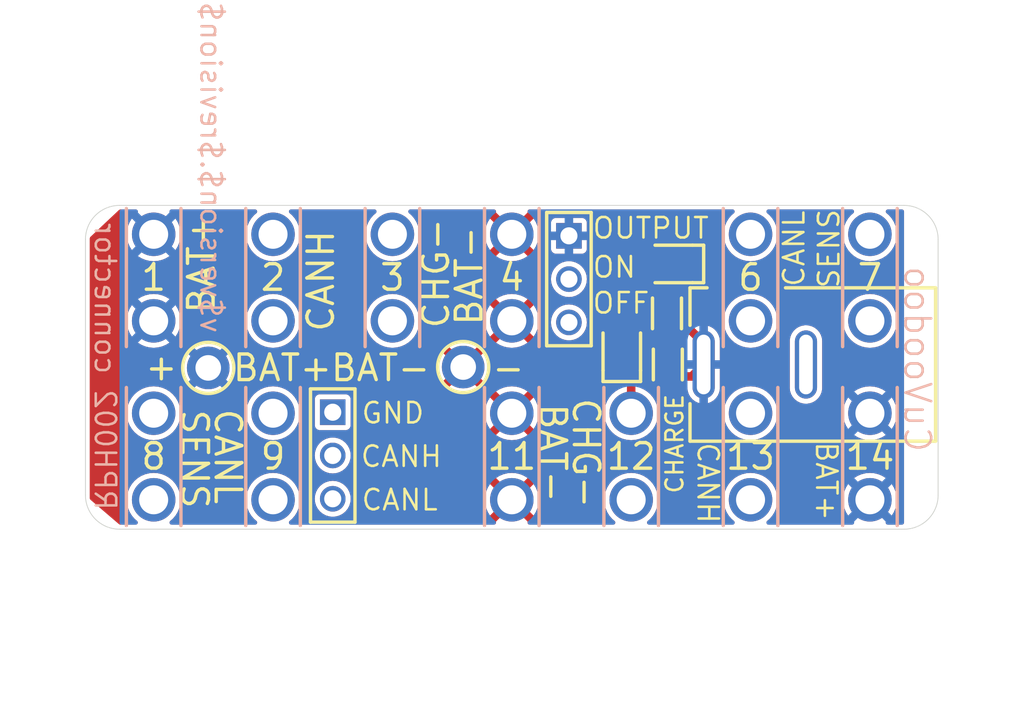
<source format=kicad_pcb>
(kicad_pcb (version 20221018) (generator pcbnew)

  (general
    (thickness 1.6)
  )

  (paper "A5")
  (title_block
    (title "RPH0002 connector")
    (date "$date$")
    (rev "$version$.$revision$")
    (company "CuVoodoo")
    (comment 1 "King Kévin")
    (comment 2 "CERN-OHL-S")
  )

  (layers
    (0 "F.Cu" signal)
    (1 "In1.Cu" signal)
    (2 "In2.Cu" signal)
    (31 "B.Cu" signal)
    (36 "B.SilkS" user "B.Silkscreen")
    (37 "F.SilkS" user "F.Silkscreen")
    (38 "B.Mask" user)
    (39 "F.Mask" user)
    (44 "Edge.Cuts" user)
    (45 "Margin" user)
    (46 "B.CrtYd" user "B.Courtyard")
    (47 "F.CrtYd" user "F.Courtyard")
    (48 "B.Fab" user)
    (49 "F.Fab" user)
  )

  (setup
    (stackup
      (layer "F.SilkS" (type "Top Silk Screen") (color "White"))
      (layer "F.Mask" (type "Top Solder Mask") (color "Green") (thickness 0.01))
      (layer "F.Cu" (type "copper") (thickness 0.035))
      (layer "dielectric 1" (type "prepreg") (thickness 0.1) (material "FR4") (epsilon_r 4.5) (loss_tangent 0.02))
      (layer "In1.Cu" (type "copper") (thickness 0.035))
      (layer "dielectric 2" (type "core") (thickness 1.24) (material "FR4") (epsilon_r 4.5) (loss_tangent 0.02))
      (layer "In2.Cu" (type "copper") (thickness 0.035))
      (layer "dielectric 3" (type "prepreg") (thickness 0.1) (material "FR4") (epsilon_r 4.5) (loss_tangent 0.02))
      (layer "B.Cu" (type "copper") (thickness 0.035))
      (layer "B.Mask" (type "Bottom Solder Mask") (color "Green") (thickness 0.01))
      (layer "B.SilkS" (type "Bottom Silk Screen") (color "White"))
      (copper_finish "None")
      (dielectric_constraints no)
    )
    (pad_to_mask_clearance 0)
    (aux_axis_origin 20 20)
    (grid_origin 49.985786 39.5)
    (pcbplotparams
      (layerselection 0x00010fc_ffffffff)
      (plot_on_all_layers_selection 0x0000000_00000000)
      (disableapertmacros false)
      (usegerberextensions false)
      (usegerberattributes true)
      (usegerberadvancedattributes true)
      (creategerberjobfile true)
      (dashed_line_dash_ratio 12.000000)
      (dashed_line_gap_ratio 3.000000)
      (svgprecision 6)
      (plotframeref false)
      (viasonmask false)
      (mode 1)
      (useauxorigin false)
      (hpglpennumber 1)
      (hpglpenspeed 20)
      (hpglpendiameter 15.000000)
      (dxfpolygonmode true)
      (dxfimperialunits true)
      (dxfusepcbnewfont true)
      (psnegative false)
      (psa4output false)
      (plotreference true)
      (plotvalue true)
      (plotinvisibletext false)
      (sketchpadsonfab false)
      (subtractmaskfromsilk false)
      (outputformat 1)
      (mirror false)
      (drillshape 1)
      (scaleselection 1)
      (outputdirectory "")
    )
  )

  (net 0 "")
  (net 1 "+BATT")
  (net 2 "GND")
  (net 3 "/CANH")
  (net 4 "/CANL")
  (net 5 "-BATT")
  (net 6 "/VSENSE")
  (net 7 "Net-(D1-A)")
  (net 8 "Net-(D2-A)")
  (net 9 "unconnected-(SW1-C-Pad3)")

  (footprint "qeda:TP" (layer "F.Cu") (at 32.185786 34.3 90))

  (footprint "qeda:TP" (layer "F.Cu") (at 47.135786 34.25))

  (footprint "qeda:CONNECTOR_HEADER-2.54-1X3" (layer "F.Cu") (at 39.485786 39.44))

  (footprint "qeda:CONNECTOR_DC-005_2.0" (layer "F.Cu") (at 67.635786 34.1))

  (footprint "qeda:UPC2012X80N" (layer "F.Cu") (at 59.485786 28.2 -90))

  (footprint "qeda:UPC2012X80N" (layer "F.Cu") (at 56.435786 33.35 180))

  (footprint "qeda:UC1608X55N" (layer "F.Cu") (at 59.135786 34.1 180))

  (footprint "qeda:UC1608X55N" (layer "F.Cu") (at 59.085786 31.1 180))

  (footprint "qeda:CONNECTOR_HEADER-2.54-1X3" (layer "F.Cu") (at 53.335786 29.09))

  (footprint "qeda:CONNECTOR_MOLEX_197054001" (layer "B.Cu") (at 28.985786 29 -90))

  (footprint "qeda:CONNECTOR_MOLEX_197054001" (layer "B.Cu") (at 35.985786 39.5 -90))

  (footprint "qeda:CONNECTOR_MOLEX_197054001" (layer "B.Cu") (at 35.985786 29 -90))

  (footprint "qeda:CONNECTOR_MOLEX_197054001" (layer "B.Cu") (at 42.985786 29 -90))

  (footprint "qeda:CONNECTOR_MOLEX_197054001" (layer "B.Cu") (at 56.985786 39.5 -90))

  (footprint "qeda:CONNECTOR_MOLEX_197054001" (layer "B.Cu") (at 63.985786 29 -90))

  (footprint "qeda:CONNECTOR_MOLEX_197054001" (layer "B.Cu") (at 28.985786 39.5 -90))

  (footprint "qeda:CONNECTOR_MOLEX_197054001" (layer "B.Cu") (at 63.985786 39.5 -90))

  (footprint "qeda:CONNECTOR_MOLEX_197054001" (layer "B.Cu") (at 70.985786 39.5 -90))

  (footprint "qeda:CONNECTOR_MOLEX_197054001" (layer "B.Cu") (at 49.985786 29 -90))

  (footprint "qeda:CONNECTOR_MOLEX_197054001" (layer "B.Cu") (at 49.985786 39.5 -90))

  (footprint "qeda:CONNECTOR_MOLEX_197054001" (layer "B.Cu") (at 70.985786 29 -90))

  (gr_arc (start 26.985786 43.764214) (mid 25.571572 43.178428) (end 24.985786 41.764214)
    (stroke (width 0.05) (type default)) (layer "Edge.Cuts") (tstamp 342eb91d-c07b-44dd-a85c-36f6e2176a73))
  (gr_arc (start 72.985786 24.764214) (mid 74.4 25.35) (end 74.985786 26.764214)
    (stroke (width 0.05) (type default)) (layer "Edge.Cuts") (tstamp 6abc7dae-cb50-49ca-a037-5781109e30dc))
  (gr_line (start 74.985786 26.764214) (end 74.985786 41.764214)
    (stroke (width 0.05) (type default)) (layer "Edge.Cuts") (tstamp 7da92b4d-d752-4c6c-89a4-63479e4ecbe5))
  (gr_arc (start 74.985786 41.764214) (mid 74.4 43.178428) (end 72.985786 43.764214)
    (stroke (width 0.05) (type default)) (layer "Edge.Cuts") (tstamp 8eb7524f-20c3-4380-9044-e4d55e3ce262))
  (gr_line (start 26.985786 24.764214) (end 72.985786 24.764214)
    (stroke (width 0.05) (type default)) (layer "Edge.Cuts") (tstamp a1d03430-ce5c-47b7-9c21-2137c4dec481))
  (gr_line (start 72.985786 43.764214) (end 26.985786 43.764214)
    (stroke (width 0.05) (type default)) (layer "Edge.Cuts") (tstamp a4212345-cc03-42c6-947e-158edaf1d930))
  (gr_line (start 24.985786 41.764214) (end 24.985786 26.764214)
    (stroke (width 0.05) (type default)) (layer "Edge.Cuts") (tstamp e5f27f60-c19b-439d-a27d-b673701a23e6))
  (gr_arc (start 24.985786 26.764214) (mid 25.571572 25.35) (end 26.985786 24.764214)
    (stroke (width 0.05) (type default)) (layer "Edge.Cuts") (tstamp f46f2b02-3d05-4342-9764-ce22a9bf09b8))
  (gr_line (start 29.5 54.25) (end 35.25 48.5)
    (stroke (width 0.05) (type default)) (layer "F.Fab") (tstamp 02fc440b-f78b-444a-a8ca-0edb52e37c97))
  (gr_arc (start 75.25 42) (mid 74.664214 43.414214) (end 73.25 44)
    (stroke (width 0.05) (type default)) (layer "F.Fab") (tstamp 0d135d26-62c3-436b-8849-716a9781031e))
  (gr_line (start 73.25 44) (end 26.75 44)
    (stroke (width 0.05) (type default)) (layer "F.Fab") (tstamp 0d828d3f-5330-416b-9856-b1326a7dce3c))
  (gr_line (start 80 20) (end 80 48.5)
    (stroke (width 0.05) (type default)) (layer "F.Fab") (tstamp 1402cb3a-e2e4-4e6f-a618-e3ba0bd544d5))
  (gr_line (start 70.5 14.25) (end 64.75 20)
    (stroke (width 0.05) (type default)) (layer "F.Fab") (tstamp 1d175e6e-c532-4943-8d3f-6ac4ed695527))
  (gr_arc (start 73.25 24.5) (mid 74.664214 25.085786) (end 75.25 26.5)
    (stroke (width 0.05) (type default)) (layer "F.Fab") (tstamp 1fb9a2aa-bd07-4870-90fd-89b3c90babae))
  (gr_line (start 29.5 14.25) (end 23.75 20)
    (stroke (width 0.05) (type default)) (layer "F.Fab") (tstamp 2efcbd9c-e137-4fd8-a727-f880278bd4e1))
  (gr_line (start 20 48.5) (end 20 20)
    (stroke (width 0.05) (type default)) (layer "F.Fab") (tstamp 3fde4e5e-4217-416e-a36a-c5a3d2245d3d))
  (gr_line (start 80 48.5) (end 20 48.5)
    (stroke (width 0.05) (type default)) (layer "F.Fab") (tstamp 45c55ef6-8fc4-409c-9e6c-4b362caa30d1))
  (gr_circle (center 29.5 17.75) (end 31 17.75)
    (stroke (width 0.05) (type default)) (fill none) (layer "F.Fab") (tstamp 4824c618-b7d2-46ff-8644-3ce13aedf67b))
  (gr_line (start 76.25 48.5) (end 80 44.75)
    (stroke (width 0.05) (type default)) (layer "F.Fab") (tstamp 4f61859e-5415-4370-894b-8b581bef8397))
  (gr_arc (start 26.75 44) (mid 25.335786 43.414214) (end 24.75 42)
    (stroke (width 0.05) (type default)) (layer "F.Fab") (tstamp 5675716a-c949-4d1c-b4c5-6236872eeb70))
  (gr_circle (center 29.5 50.75) (end 31 50.75)
    (stroke (width 0.05) (type default)) (fill none) (layer "F.Fab") (tstamp 56cdc4e4-67ce-4d5e-8a98-fb4cfc940448))
  (gr_line (start 70.5 54.25) (end 76.25 48.5)
    (stroke (width 0.05) (type default)) (layer "F.Fab") (tstamp 5e03357a-c2dd-49dd-bf30-f003b6775485))
  (gr_arc (start 24.75 26.5) (mid 25.335786 25.085786) (end 26.75 24.5)
    (stroke (width 0.05) (type default)) (layer "F.Fab") (tstamp 6293f4cb-e592-405f-bd5c-05b3573b858e))
  (gr_line (start 26.75 24.5) (end 73.25 24.5)
    (stroke (width 0.05) (type default)) (layer "F.Fab") (tstamp 64597d40-2fdc-40bb-9367-5ca80742740e))
  (gr_line (start 23.75 48.5) (end 20 44.75)
    (stroke (width 0.05) (type default)) (layer "F.Fab") (tstamp 6ec36def-2eec-47fb-81b3-a343cffc2925))
  (gr_circle (center 70.5 50.75) (end 72 50.75)
    (stroke (width 0.05) (type default)) (fill none) (layer "F.Fab") (tstamp 751330ce-0b4d-4554-9405-bf299f986087))
  (gr_circle (center 70.5 17.75) (end 72 17.75)
    (stroke (width 0.05) (type default)) (fill none) (layer "F.Fab") (tstamp 77180ec7-2495-44db-b508-d0afeffc4d93))
  (gr_line (start 75.25 26.5) (end 75.25 42)
    (stroke (width 0.05) (type default)) (layer "F.Fab") (tstamp a1ee82a8-4dc8-498b-bc1b-3d816008f32a))
  (gr_line (start 29.5 54.25) (end 23.75 48.5)
    (stroke (width 0.05) (type default)) (layer "F.Fab") (tstamp a2d4981b-d0e4-4c8b-a8e1-8462d2508919))
  (gr_line (start 29.5 14.25) (end 35.25 20)
    (stroke (width 0.05) (type default)) (layer "F.Fab") (tstamp b5176e3d-a835-49d6-acfa-654faf6f3917))
  (gr_line (start 76.25 20) (end 80 23.75)
    (stroke (width 0.05) (type default)) (layer "F.Fab") (tstamp c4b553b1-89f0-4467-842e-37164db96262))
  (gr_line (start 70.5 54.25) (end 64.75 48.5)
    (stroke (width 0.05) (type default)) (layer "F.Fab") (tstamp cf08bfd2-500e-472d-93ee-1b98cf5fbc31))
  (gr_line (start 24.75 42) (end 24.75 26.5)
    (stroke (width 0.05) (type default)) (layer "F.Fab") (tstamp da38f2ee-9a21-4474-9afb-9ce5c91ed6f7))
  (gr_line (start 23.75 20) (end 20 23.75)
    (stroke (width 0.05) (type default)) (layer "F.Fab") (tstamp ddd5e869-06ea-4488-acee-d1eb412b5cf1))
  (gr_line (start 70.5 14.25) (end 76.25 20)
    (stroke (width 0.05) (type default)) (layer "F.Fab") (tstamp e157c165-dc88-4910-bbd2-e0ae6f290c3f))
  (gr_line (start 20 20) (end 80 20)
    (stroke (width 0.05) (type default)) (layer "F.Fab") (tstamp e880b3d6-bab9-448f-b9d4-a9f2ef96d0ce))
  (gr_text "RPH002 connector" (at 25.435786 42.75 -90) (layer "B.SilkS") (tstamp a1ef5655-aa51-4747-aff9-9a8d70167e6f)
    (effects (font (size 1.2 1.2) (thickness 0.15)) (justify left bottom mirror))
  )
  (gr_text "v$version$.$revision$" (at 31.635786 32.35 -90) (layer "B.SilkS") (tstamp ada8ebb5-cfd8-4984-9c8d-18bf4e8ec29e)
    (effects (font (size 1.2 1.2) (thickness 0.15)) (justify left bottom mirror))
  )
  (gr_text "CuVoodoo" (at 72.885786 39.35 -90) (layer "B.SilkS") (tstamp da0f0899-4343-4fad-828b-7fe4493a3588)
    (effects (font (size 1.5 1.5) (thickness 0.15)) (justify left bottom mirror))
  )
  (gr_text "SENS" (at 68.585786 27.3 90) (layer "F.SilkS") (tstamp 0564112f-8d43-4beb-9323-3795d5d65b6e)
    (effects (font (size 1.2 1.2) (thickness 0.15)))
  )
  (gr_text "BAT-" (at 47.485786 28.9 90) (layer "F.SilkS") (tstamp 109b4996-28a0-4eaa-b4b2-ee974dc704d8)
    (effects (font (size 1.5 1.5) (thickness 0.2)))
  )
  (gr_text "CANH" (at 38.785786 29.2 90) (layer "F.SilkS") (tstamp 15e03d4d-c9c9-4043-8a2d-dee5d7121913)
    (effects (font (size 1.5 1.5) (thickness 0.2)))
  )
  (gr_text "BAT+" (at 31.785786 28.2 90) (layer "F.SilkS") (tstamp 1d127f4e-c169-419a-9f76-10a8486a9fb1)
    (effects (font (size 1.5 1.5) (thickness 0.2)))
  )
  (gr_text "GND" (at 41.085786 37.65) (layer "F.SilkS") (tstamp 27044132-88c4-4302-9267-cfa60abc4eb9)
    (effects (font (size 1.2 1.2) (thickness 0.15)) (justify left bottom))
  )
  (gr_text "CANH" (at 41.035786 40.2) (layer "F.SilkS") (tstamp 4dabd3df-0f0b-4a4f-a3bb-4f95209bfe53)
    (effects (font (size 1.2 1.2) (thickness 0.15)) (justify left bottom))
  )
  (gr_text "OFF" (at 54.635786 31.2) (layer "F.SilkS") (tstamp 53dce9bf-dd37-48c8-bd92-f1dbb29d9431)
    (effects (font (size 1.2 1.2) (thickness 0.15)) (justify left bottom))
  )
  (gr_text "CHG-" (at 45.535786 28.75 90) (layer "F.SilkS") (tstamp 66e1ed72-05d0-4d0d-b781-22049cdd9dc6)
    (effects (font (size 1.5 1.5) (thickness 0.2)))
  )
  (gr_text "CANH" (at 61.485786 41.05 270) (layer "F.SilkS") (tstamp 77473db9-4f61-49f1-b605-d7bd5cbba2fd)
    (effects (font (size 1.2 1.2) (thickness 0.15)))
  )
  (gr_text "ON" (at 54.640786 29.09) (layer "F.SilkS") (tstamp 7d753871-de88-47bb-80a8-ebc8d529b271)
    (effects (font (size 1.2 1.2) (thickness 0.15)) (justify left bottom))
  )
  (gr_text "CANL" (at 66.535786 27.3 90) (layer "F.SilkS") (tstamp 8394bbb0-841e-419b-932c-a1603cfb69ae)
    (effects (font (size 1.2 1.2) (thickness 0.15)))
  )
  (gr_text "CANL" (at 33.335786 39.5 270) (layer "F.SilkS") (tstamp 99348367-6d3a-45f4-b9f4-bc7efc85a003)
    (effects (font (size 1.5 1.5) (thickness 0.2)))
  )
  (gr_text "BAT-" (at 52.385786 39.3 270) (layer "F.SilkS") (tstamp c9a3d4a7-898c-4854-be87-33c468305507)
    (effects (font (size 1.5 1.5) (thickness 0.2)))
  )
  (gr_text "SENS" (at 31.385786 39.65 270) (layer "F.SilkS") (tstamp d559aa4f-0f83-433e-8e74-9d7124d215c8)
    (effects (font (size 1.5 1.5) (thickness 0.2)))
  )
  (gr_text "OUTPUT" (at 54.635786 26.8) (layer "F.SilkS") (tstamp dba76e90-3f11-4287-a994-ba0f5bd262d2)
    (effects (font (size 1.2 1.2) (thickness 0.15)) (justify left bottom))
  )
  (gr_text "+" (at 29.435786 34.25) (layer "F.SilkS") (tstamp dc6e623e-8789-4bc6-bacc-63b53f77e746)
    (effects (font (size 1.5 1.5) (thickness 0.2)))
  )
  (gr_text "BAT+" (at 68.435786 40.95 270) (layer "F.SilkS") (tstamp e143964e-9da1-4fac-a820-e2dbf493a9c4)
    (effects (font (size 1.2 1.2) (thickness 0.15)))
  )
  (gr_text "CANL" (at 41.085786 42.75) (layer "F.SilkS") (tstamp e5a114e3-ade5-40ea-8c72-da97e4403854)
    (effects (font (size 1.2 1.2) (thickness 0.15)) (justify left bottom))
  )
  (gr_text "-" (at 49.785786 34.3) (layer "F.SilkS") (tstamp e6e8c31c-60a2-4ace-9610-661bb666ea0c)
    (effects (font (size 1.5 1.5) (thickness 0.2)))
  )
  (gr_text "CHG-" (at 54.335786 39.3 270) (layer "F.SilkS") (tstamp fa25b7cb-d6b2-42ea-8ab4-fb1ddbc03ea6)
    (effects (font (size 1.5 1.5) (thickness 0.2)))
  )

  (segment (start 61.235786 32.85) (end 60.185786 31.8) (width 0.5) (layer "F.Cu") (net 1) (tstamp 126aa2e3-eb5a-41a2-8f12-fae4ad185a6e))
  (segment (start 61.235786 34.1) (end 61.235786 32.85) (width 0.5) (layer "F.Cu") (net 1) (tstamp 4572d818-dd58-4712-9e64-7bc8593d4175))
  (segment (start 59.085786 31.8) (end 60.185786 31.8) (width 0.5) (layer "F.Cu") (net 1) (tstamp 7acc3a07-a072-4be6-bcf9-8f17f86242d6))
  (segment (start 60.535786 34.8) (end 59.135786 34.8) (width 0.5) (layer "F.Cu") (net 1) (tstamp b03146cc-a346-4e5f-814f-b9c0be07f3d5))
  (segment (start 61.235786 34.1) (end 60.535786 34.8) (width 0.5) (layer "F.Cu") (net 1) (tstamp e89e8f6c-dade-4aa1-a406-c3f7bc4fb707))
  (segment (start 56.985786 36.96) (end 56.985786 34.8) (width 0.5) (layer "F.Cu") (net 2) (tstamp 42fae341-a9c1-49e3-9f6f-3f9d7400599c))
  (segment (start 56.985786 34.8) (end 56.435786 34.25) (width 0.5) (layer "F.Cu") (net 2) (tstamp b5157575-8461-473d-898e-ebac670d961a))
  (segment (start 39.485786 35.04) (end 42.985786 31.54) (width 0.5) (layer "In1.Cu") (net 2) (tstamp 00866398-9a9f-49aa-a3f1-8aa3f6f5001e))
  (segment (start 39.485786 36.9) (end 39.485786 35.04) (width 0.5) (layer "In1.Cu") (net 2) (tstamp cbab7e0d-513c-4713-bc76-6ad7e2ea3b7c))
  (segment (start 63.985786 36.96) (end 63.985786 42.04) (width 0.5) (layer "In1.Cu") (net 3) (tstamp 08c9756e-dc9c-48b6-a943-cdbb751478f8))
  (segment (start 60.945786 36.96) (end 63.985786 36.96) (width 0.5) (layer "In1.Cu") (net 3) (tstamp 541019bc-5786-43b0-af5e-8f048cd78ab0))
  (segment (start 37.985786 33.54) (end 35.985786 31.54) (width 0.5) (layer "In1.Cu") (net 3) (tstamp 638e39a8-7d5a-4a00-952c-87adba4c9810))
  (segment (start 35.985786 31.54) (end 38.175786 29.35) (width 0.5) (layer "In1.Cu") (net 3) (tstamp 718f487d-9e50-4b6a-be5c-b3b6f92092f9))
  (segment (start 51.485786 29.35) (end 52.485786 30.35) (width 0.5) (layer "In1.Cu") (net 3) (tstamp 75bfad3a-1959-4636-8bee-ba09d2baba9a))
  (segment (start 54.335786 30.35) (end 60.945786 36.96) (width 0.5) (layer "In1.Cu") (net 3) (tstamp 80601aac-2075-4f12-9c62-9a165f97f6ff))
  (segment (start 52.485786 30.35) (end 54.335786 30.35) (width 0.5) (layer "In1.Cu") (net 3) (tstamp 846c9d19-dddc-48bc-9e58-8c2f41906b72))
  (segment (start 37.985786 37.94) (end 37.985786 33.54) (width 0.5) (layer "In1.Cu") (net 3) (tstamp 9b137387-c20f-42c1-8394-7e715dacb18c))
  (segment (start 38.175786 29.35) (end 51.485786 29.35) (width 0.5) (layer "In1.Cu") (net 3) (tstamp b0d9f5f7-23ca-4239-ba1f-bc54e596cbaa))
  (segment (start 39.485786 39.44) (end 37.985786 37.94) (width 0.5) (layer "In1.Cu") (net 3) (tstamp ee7d4d00-44ce-49db-9f16-b836bac67a52))
  (segment (start 35.985786 26.46) (end 35.985786 31.54) (width 0.5) (layer "In2.Cu") (net 3) (tstamp 2375b151-e879-4f47-80cc-077d9dc77dc7))
  (segment (start 35.985786 35.1) (end 35.985786 36.96) (width 0.5) (layer "In1.Cu") (net 4) (tstamp 30181db7-072b-4178-9768-a2a422bcb309))
  (segment (start 52.335786 27.85) (end 51.535786 28.65) (width 0.5) (layer "In1.Cu") (net 4) (tstamp 343c220c-0557-4aad-9aac-351c3e7818f1))
  (segment (start 33.785786 30.55) (end 33.785786 32.9) (width 0.5) (layer "In1.Cu") (net 4) (tstamp 3d1c66bb-0b60-42c0-8da0-ce40907c2c01))
  (segment (start 35.685786 28.65) (end 33.785786 30.55) (width 0.5) (layer "In1.Cu") (net 4) (tstamp 52498ea8-65ef-4d37-b1d9-7dd516b2fbff))
  (segment (start 51.535786 28.65) (end 35.685786 28.65) (width 0.5) (layer "In1.Cu") (net 4) (tstamp 53d0de4d-8f13-4adf-8792-44166c8acd10))
  (segment (start 63.985786 26.46) (end 62.595786 27.85) (width 0.5) (layer "In1.Cu") (net 4) (tstamp 5823e0e7-6439-4f71-8b40-6425684e1ff9))
  (segment (start 33.785786 32.9) (end 35.985786 35.1) (width 0.5) (layer "In1.Cu") (net 4) (tstamp 72b23c1e-2b26-4f4d-98a2-2abdd4eb5835))
  (segment (start 39.425786 42.04) (end 39.485786 41.98) (width 0.5) (layer "In1.Cu") (net 4) (tstamp 88267996-dbb2-4c80-9885-094703ee01f7))
  (segment (start 62.595786 27.85) (end 52.335786 27.85) (width 0.5) (layer "In1.Cu") (net 4) (tstamp d6c7beb2-18bf-4604-84d6-f5db94ffea4e))
  (segment (start 35.985786 36.96) (end 35.985786 42.04) (width 0.5) (layer "In1.Cu") (net 4) (tstamp e837e57b-9d13-4769-ad55-d0be8d0130a7))
  (segment (start 63.985786 31.54) (end 63.985786 26.46) (width 0.5) (layer "In1.Cu") (net 4) (tstamp e9185d9a-ae68-412c-86cd-4faae595747a))
  (segment (start 35.985786 42.04) (end 39.425786 42.04) (width 0.5) (layer "In1.Cu") (net 4) (tstamp fd41be5e-1210-4938-8150-f7e36dbfc4f9))
  (segment (start 28.985786 42.04) (end 28.985786 36.96) (width 0.5) (layer "In1.Cu") (net 6) (tstamp 0a3ead5f-5104-48ad-a863-82a63001e9b9))
  (segment (start 70.985786 26.46) (end 70.985786 31.54) (width 0.5) (layer "In1.Cu") (net 6) (tstamp 7ca8888c-8e3c-40ac-bdaa-63c0d97a57b9))
  (segment (start 42.635786 29.05) (end 37.210786 34.475) (width 0.5) (layer "In2.Cu") (net 6) (tstamp 4536b01b-7474-4641-8d9a-38469e5a42e0))
  (segment (start 35.110786 34.475) (end 32.635786 36.95) (width 0.5) (layer "In2.Cu") (net 6) (tstamp 7074a1dc-96bb-4198-83c2-9ee6d9fef211))
  (segment (start 28.995786 36.95) (end 28.985786 36.96) (width 0.5) (layer "In2.Cu") (net 6) (tstamp 995750ec-79af-4e37-af86-47aa6d71c8b4))
  (segment (start 68.495786 29.05) (end 42.635786 29.05) (width 0.5) (layer "In2.Cu") (net 6) (tstamp b7dc6390-4e06-4588-a5c6-5699aa0d8e27))
  (segment (start 70.985786 31.54) (end 68.495786 29.05) (width 0.5) (layer "In2.Cu") (net 6) (tstamp ddf8ad42-27ce-46cc-a6bf-bcdd573ba3de))
  (segment (start 32.635786 36.95) (end 28.995786 36.95) (width 0.5) (layer "In2.Cu") (net 6) (tstamp f36c2f01-2a2a-429b-a68b-b8741b559011))
  (segment (start 37.210786 34.475) (end 35.110786 34.475) (width 0.5) (layer "In2.Cu") (net 6) (tstamp f8fe4a72-89cf-4c22-a72a-026daeca72c1))
  (segment (start 58.785786 30.1) (end 58.785786 28.4) (width 0.5) (layer "F.Cu") (net 7) (tstamp 2141c0bc-d3ba-48b0-aad1-b248bb0fde18))
  (segment (start 59.085786 30.4) (end 58.785786 30.1) (width 0.5) (layer "F.Cu") (net 7) (tstamp 3a7fc7e3-6d06-4ce1-8bc2-c50dd861466e))
  (segment (start 58.785786 28.4) (end 58.585786 28.2) (width 0.5) (layer "F.Cu") (net 7) (tstamp 73894484-9e21-4bee-b8c4-ee4db6441896))
  (segment (start 57.635786 32.45) (end 56.435786 32.45) (width 0.5) (layer "F.Cu") (net 8) (tstamp 388d7b17-4815-4911-b05c-a493bc9a1d77))
  (segment (start 59.135786 33.4) (end 58.585786 33.4) (width 0.5) (layer "F.Cu") (net 8) (tstamp 3f7f705c-af4c-4037-9180-23afe61293ee))
  (segment (start 58.585786 33.4) (end 57.635786 32.45) (width 0.5) (layer "F.Cu") (net 8) (tstamp 7df64914-295b-4675-bddd-a76ba84594e6))

  (zone (net 5) (net_name "-BATT") (layer "F.Cu") (tstamp aedd8c27-f25d-47a1-9817-7de4a7ca7923) (hatch edge 0.5)
    (priority 1)
    (connect_pads (clearance 0.3))
    (min_thickness 0.25) (filled_areas_thickness no)
    (fill yes (thermal_gap 0.3) (thermal_bridge_width 0.5))
    (polygon
      (pts
        (xy 25.235786 42)
        (xy 25.235786 26.65)
        (xy 26.985786 25)
        (xy 72.985786 25)
        (xy 72.985786 43.5)
        (xy 26.985786 43.5)
      )
    )
    (filled_polygon
      (layer "F.Cu")
      (pts
        (xy 28.000242 25.019685)
        (xy 28.045997 25.072489)
        (xy 28.055941 25.141647)
        (xy 28.026916 25.205203)
        (xy 28.013735 25.21829)
        (xy 27.868294 25.342508)
        (xy 27.707239 25.531078)
        (xy 27.707236 25.531083)
        (xy 27.577663 25.742525)
        (xy 27.482762 25.971637)
        (xy 27.424871 26.212771)
        (xy 27.405414 26.46)
        (xy 27.424871 26.707228)
        (xy 27.482762 26.948362)
        (xy 27.577663 27.177474)
        (xy 27.707236 27.388916)
        (xy 27.707239 27.388921)
        (xy 27.778848 27.472764)
        (xy 27.868294 27.577492)
        (xy 27.988999 27.680583)
        (xy 28.056864 27.738546)
        (xy 28.056866 27.738547)
        (xy 28.056867 27.738548)
        (xy 28.113765 27.773415)
        (xy 28.268311 27.868122)
        (xy 28.497423 27.963023)
        (xy 28.704353 28.012702)
        (xy 28.738561 28.020915)
        (xy 28.985786 28.040372)
        (xy 29.233011 28.020915)
        (xy 29.474148 27.963023)
        (xy 29.70326 27.868122)
        (xy 29.914705 27.738548)
        (xy 30.103278 27.577492)
        (xy 30.264334 27.388919)
        (xy 30.393908 27.177474)
        (xy 30.488809 26.948362)
        (xy 30.546701 26.707225)
        (xy 30.566158 26.46)
        (xy 30.546701 26.212775)
        (xy 30.521174 26.106447)
        (xy 30.488809 25.971637)
        (xy 30.393908 25.742525)
        (xy 30.264335 25.531083)
        (xy 30.264332 25.531078)
        (xy 30.206369 25.463213)
        (xy 30.103278 25.342508)
        (xy 29.957837 25.21829)
        (xy 29.919644 25.159783)
        (xy 29.919145 25.089915)
        (xy 29.956499 25.030869)
        (xy 30.019846 25.001391)
        (xy 30.038369 25)
        (xy 34.933203 25)
        (xy 35.000242 25.019685)
        (xy 35.045997 25.072489)
        (xy 35.055941 25.141647)
        (xy 35.026916 25.205203)
        (xy 35.013735 25.21829)
        (xy 34.868294 25.342508)
        (xy 34.707239 25.531078)
        (xy 34.707236 25.531083)
        (xy 34.577663 25.742525)
        (xy 34.482762 25.971637)
        (xy 34.424871 26.212771)
        (xy 34.405414 26.46)
        (xy 34.424871 26.707228)
        (xy 34.482762 26.948362)
        (xy 34.577663 27.177474)
        (xy 34.707236 27.388916)
        (xy 34.707239 27.388921)
        (xy 34.778848 27.472764)
        (xy 34.868294 27.577492)
        (xy 34.988999 27.680583)
        (xy 35.056864 27.738546)
        (xy 35.056866 27.738547)
        (xy 35.056867 27.738548)
        (xy 35.113765 27.773415)
        (xy 35.268311 27.868122)
        (xy 35.497423 27.963023)
        (xy 35.704353 28.012702)
        (xy 35.738561 28.020915)
        (xy 35.985786 28.040372)
        (xy 36.233011 28.020915)
        (xy 36.474148 27.963023)
        (xy 36.70326 27.868122)
        (xy 36.914705 27.738548)
        (xy 37.103278 27.577492)
        (xy 37.264334 27.388919)
        (xy 37.393908 27.177474)
        (xy 37.488809 26.948362)
        (xy 37.546701 26.707225)
        (xy 37.566158 26.46)
        (xy 37.546701 26.212775)
        (xy 37.521174 26.106447)
        (xy 37.488809 25.971637)
        (xy 37.393908 25.742525)
        (xy 37.264335 25.531083)
        (xy 37.264332 25.531078)
        (xy 37.206369 25.463213)
        (xy 37.103278 25.342508)
        (xy 36.957837 25.21829)
        (xy 36.919644 25.159783)
        (xy 36.919145 25.089915)
        (xy 36.956499 25.030869)
        (xy 37.019846 25.001391)
        (xy 37.038369 25)
        (xy 41.933203 25)
        (xy 42.000242 25.019685)
        (xy 42.045997 25.072489)
        (xy 42.055941 25.141647)
        (xy 42.026916 25.205203)
        (xy 42.013735 25.21829)
        (xy 41.868294 25.342508)
        (xy 41.707239 25.531078)
        (xy 41.707236 25.531083)
        (xy 41.577663 25.742525)
        (xy 41.482762 25.971637)
        (xy 41.424871 26.212771)
        (xy 41.405414 26.46)
        (xy 41.424871 26.707228)
        (xy 41.482762 26.948362)
        (xy 41.577663 27.177474)
        (xy 41.707236 27.388916)
        (xy 41.707239 27.388921)
        (xy 41.778848 27.472764)
        (xy 41.868294 27.577492)
        (xy 41.988999 27.680583)
        (xy 42.056864 27.738546)
        (xy 42.056866 27.738547)
        (xy 42.056867 27.738548)
        (xy 42.113765 27.773415)
        (xy 42.268311 27.868122)
        (xy 42.497423 27.963023)
        (xy 42.704353 28.012702)
        (xy 42.738561 28.020915)
        (xy 42.985786 28.040372)
        (xy 43.233011 28.020915)
        (xy 43.474148 27.963023)
        (xy 43.70326 27.868122)
        (xy 43.914705 27.738548)
        (xy 44.103278 27.577492)
        (xy 44.264334 27.388919)
        (xy 44.393908 27.177474)
        (xy 44.488809 26.948362)
        (xy 44.546701 26.707225)
        (xy 44.566158 26.46)
        (xy 44.546701 26.212775)
        (xy 44.521174 26.106447)
        (xy 44.488809 25.971637)
        (xy 44.393908 25.742525)
        (xy 44.264335 25.531083)
        (xy 44.264332 25.531078)
        (xy 44.206369 25.463213)
        (xy 44.103278 25.342508)
        (xy 43.957837 25.21829)
        (xy 43.919644 25.159783)
        (xy 43.919145 25.089915)
        (xy 43.956499 25.030869)
        (xy 44.019846 25.001391)
        (xy 44.038369 25)
        (xy 48.941464 25)
        (xy 49.008503 25.019685)
        (xy 49.054258 25.072489)
        (xy 49.064604 25.138575)
        (xy 49.059662 25.180324)
        (xy 49.587176 25.707838)
        (xy 49.468355 25.779331)
        (xy 49.334128 25.906477)
        (xy 49.230925 26.05869)
        (xy 48.70611 25.533876)
        (xy 48.578111 25.742755)
        (xy 48.578108 25.742761)
        (xy 48.483241 25.97179)
        (xy 48.483237 25.971802)
        (xy 48.425367 26.21285)
        (xy 48.405916 26.46)
        (xy 48.425367 26.707149)
        (xy 48.483237 26.948197)
        (xy 48.483241 26.948209)
        (xy 48.578108 27.177238)
        (xy 48.578111 27.177244)
        (xy 48.70611 27.386122)
        (xy 49.234552 26.857679)
        (xy 49.278102 26.939822)
        (xy 49.397795 27.080735)
        (xy 49.544981 27.192623)
        (xy 49.587187 27.212149)
        (xy 49.059662 27.739674)
        (xy 49.268539 27.867674)
        (xy 49.497576 27.962544)
        (xy 49.497588 27.962548)
        (xy 49.738636 28.020418)
        (xy 49.985786 28.039869)
        (xy 50.232935 28.020418)
        (xy 50.473983 27.962548)
        (xy 50.473995 27.962544)
        (xy 50.703032 27.867674)
        (xy 50.911908 27.739674)
        (xy 50.384395 27.212161)
        (xy 50.503217 27.140669)
        (xy 50.637444 27.013523)
        (xy 50.740647 26.861308)
        (xy 51.26546 27.386122)
        (xy 51.290748 27.344856)
        (xy 52.285286 27.344856)
        (xy 52.285288 27.344882)
        (xy 52.288199 27.369987)
        (xy 52.288201 27.369991)
        (xy 52.333579 27.472764)
        (xy 52.33358 27.472765)
        (xy 52.413021 27.552206)
        (xy 52.515795 27.597585)
        (xy 52.540921 27.6005)
        (xy 54.13065 27.600499)
        (xy 54.130665 27.600497)
        (xy 54.130668 27.600497)
        (xy 54.155773 27.597586)
        (xy 54.155774 27.597585)
        (xy 54.155777 27.597585)
        (xy 54.258551 27.552206)
        (xy 54.337992 27.472765)
        (xy 54.383371 27.369991)
        (xy 54.386286 27.344865)
        (xy 54.386285 25.755136)
        (xy 54.38485 25.742761)
        (xy 54.383372 25.730012)
        (xy 54.383371 25.73001)
        (xy 54.383371 25.730009)
        (xy 54.337992 25.627235)
        (xy 54.258551 25.547794)
        (xy 54.220693 25.531078)
        (xy 54.155778 25.502415)
        (xy 54.130651 25.4995)
        (xy 52.540929 25.4995)
        (xy 52.540903 25.499502)
        (xy 52.515798 25.502413)
        (xy 52.515794 25.502415)
        (xy 52.413021 25.547793)
        (xy 52.33358 25.627234)
        (xy 52.288201 25.730006)
        (xy 52.288201 25.730008)
        (xy 52.285286 25.755131)
        (xy 52.285286 27.344856)
        (xy 51.290748 27.344856)
        (xy 51.39346 27.177246)
        (xy 51.48833 26.948209)
        (xy 51.488334 26.948197)
        (xy 51.546204 26.707149)
        (xy 51.565655 26.46)
        (xy 51.546204 26.21285)
        (xy 51.488334 25.971802)
        (xy 51.48833 25.97179)
        (xy 51.39346 25.742753)
        (xy 51.26546 25.533876)
        (xy 50.737018 26.062318)
        (xy 50.69347 25.980178)
        (xy 50.573777 25.839265)
        (xy 50.426591 25.727377)
        (xy 50.384382 25.707849)
        (xy 50.911908 25.180324)
        (xy 50.906967 25.138575)
        (xy 50.918635 25.069687)
        (xy 50.965695 25.018042)
        (xy 51.030107 25)
        (xy 62.933203 25)
        (xy 63.000242 25.019685)
        (xy 63.045997 25.072489)
        (xy 63.055941 25.141647)
        (xy 63.026916 25.205203)
        (xy 63.013735 25.21829)
        (xy 62.868294 25.342508)
        (xy 62.707239 25.531078)
        (xy 62.707236 25.531083)
        (xy 62.577663 25.742525)
        (xy 62.482762 25.971637)
        (xy 62.424871 26.212771)
        (xy 62.405414 26.459999)
        (xy 62.424871 26.707228)
        (xy 62.482762 26.948362)
        (xy 62.577663 27.177474)
        (xy 62.707236 27.388916)
        (xy 62.707239 27.388921)
        (xy 62.778848 27.472764)
        (xy 62.868294 27.577492)
        (xy 62.988999 27.680583)
        (xy 63.056864 27.738546)
        (xy 63.056866 27.738547)
        (xy 63.056867 27.738548)
        (xy 63.113765 27.773415)
        (xy 63.268311 27.868122)
        (xy 63.497423 27.963023)
        (xy 63.704353 28.012702)
        (xy 63.738561 28.020915)
        (xy 63.985786 28.040372)
        (xy 64.233011 28.020915)
        (xy 64.474148 27.963023)
        (xy 64.70326 27.868122)
        (xy 64.914705 27.738548)
        (xy 65.103278 27.577492)
        (xy 65.264334 27.388919)
        (xy 65.393908 27.177474)
        (xy 65.488809 26.948362)
        (xy 65.546701 26.707225)
        (xy 65.566158 26.46)
        (xy 65.546701 26.212775)
        (xy 65.521174 26.106447)
        (xy 65.488809 25.971637)
        (xy 65.393908 25.742525)
        (xy 65.264335 25.531083)
        (xy 65.264332 25.531078)
        (xy 65.206369 25.463213)
        (xy 65.103278 25.342508)
        (xy 64.957837 25.21829)
        (xy 64.919644 25.159783)
        (xy 64.919145 25.089915)
        (xy 64.956499 25.030869)
        (xy 65.019846 25.001391)
        (xy 65.038369 25)
        (xy 69.933203 25)
        (xy 70.000242 25.019685)
        (xy 70.045997 25.072489)
        (xy 70.055941 25.141647)
        (xy 70.026916 25.205203)
        (xy 70.013735 25.21829)
        (xy 69.868294 25.342508)
        (xy 69.707239 25.531078)
        (xy 69.707236 25.531083)
        (xy 69.577663 25.742525)
        (xy 69.482762 25.971637)
        (xy 69.424871 26.212771)
        (xy 69.405414 26.46)
        (xy 69.424871 26.707228)
        (xy 69.482762 26.948362)
        (xy 69.577663 27.177474)
        (xy 69.707236 27.388916)
        (xy 69.707239 27.388921)
        (xy 69.778848 27.472764)
        (xy 69.868294 27.577492)
        (xy 69.988999 27.680583)
        (xy 70.056864 27.738546)
        (xy 70.056866 27.738547)
        (xy 70.056867 27.738548)
        (xy 70.113765 27.773415)
        (xy 70.268311 27.868122)
        (xy 70.497423 27.963023)
        (xy 70.704353 28.012702)
        (xy 70.738561 28.020915)
        (xy 70.985786 28.040372)
        (xy 71.233011 28.020915)
        (xy 71.474148 27.963023)
        (xy 71.70326 27.868122)
        (xy 71.914705 27.738548)
        (xy 72.103278 27.577492)
        (xy 72.264334 27.388919)
        (xy 72.393908 27.177474)
        (xy 72.488809 26.948362)
        (xy 72.546701 26.707225)
        (xy 72.566158 26.46)
        (xy 72.546701 26.212775)
        (xy 72.521174 26.106447)
        (xy 72.488809 25.971637)
        (xy 72.393908 25.742525)
        (xy 72.264335 25.531083)
        (xy 72.264332 25.531078)
        (xy 72.206369 25.463213)
        (xy 72.103278 25.342508)
        (xy 71.957837 25.21829)
        (xy 71.919644 25.159783)
        (xy 71.919145 25.089915)
        (xy 71.956499 25.030869)
        (xy 72.019846 25.001391)
        (xy 72.038369 25)
        (xy 72.861786 25)
        (xy 72.928825 25.019685)
        (xy 72.97458 25.072489)
        (xy 72.985786 25.124)
        (xy 72.985786 43.376)
        (xy 72.966101 43.443039)
        (xy 72.913297 43.488794)
        (xy 72.861786 43.5)
        (xy 72.038369 43.5)
        (xy 71.97133 43.480315)
        (xy 71.925575 43.427511)
        (xy 71.915631 43.358353)
        (xy 71.944656 43.294797)
        (xy 71.957837 43.28171)
        (xy 71.963903 43.276528)
        (xy 72.103278 43.157492)
        (xy 72.264334 42.968919)
        (xy 72.393908 42.757474)
        (xy 72.488809 42.528362)
        (xy 72.546701 42.287225)
        (xy 72.566158 42.04)
        (xy 72.546701 41.792775)
        (xy 72.538488 41.758567)
        (xy 72.488809 41.551637)
        (xy 72.393908 41.322525)
        (xy 72.264335 41.111083)
        (xy 72.264332 41.111078)
        (xy 72.173534 41.004768)
        (xy 72.103278 40.922508)
        (xy 72.000185 40.834458)
        (xy 71.914707 40.761453)
        (xy 71.914702 40.76145)
        (xy 71.70326 40.631877)
        (xy 71.474148 40.536976)
        (xy 71.233014 40.479085)
        (xy 71.047592 40.464492)
        (xy 70.985786 40.459628)
        (xy 70.985785 40.459628)
        (xy 70.738557 40.479085)
        (xy 70.497423 40.536976)
        (xy 70.268311 40.631877)
        (xy 70.056869 40.76145)
        (xy 70.056864 40.761453)
        (xy 69.868294 40.922508)
        (xy 69.707239 41.111078)
        (xy 69.707236 41.111083)
        (xy 69.577663 41.322525)
        (xy 69.482762 41.551637)
        (xy 69.424871 41.792771)
        (xy 69.405414 42.04)
        (xy 69.424871 42.287228)
        (xy 69.482762 42.528362)
        (xy 69.577663 42.757474)
        (xy 69.707236 42.968916)
        (xy 69.707239 42.968921)
        (xy 69.746851 43.0153)
        (xy 69.868294 43.157492)
        (xy 70.002874 43.272434)
        (xy 70.013735 43.28171)
        (xy 70.051928 43.340217)
        (xy 70.052427 43.410085)
        (xy 70.015073 43.469131)
        (xy 69.951726 43.498609)
        (xy 69.933203 43.5)
        (xy 65.038369 43.5)
        (xy 64.97133 43.480315)
        (xy 64.925575 43.427511)
        (xy 64.915631 43.358353)
        (xy 64.944656 43.294797)
        (xy 64.957837 43.28171)
        (xy 64.963903 43.276528)
        (xy 65.103278 43.157492)
        (xy 65.264334 42.968919)
        (xy 65.393908 42.757474)
        (xy 65.488809 42.528362)
        (xy 65.546701 42.287225)
        (xy 65.566158 42.04)
        (xy 65.546701 41.792775)
        (xy 65.538488 41.758567)
        (xy 65.488809 41.551637)
        (xy 65.393908 41.322525)
        (xy 65.264335 41.111083)
        (xy 65.264332 41.111078)
        (xy 65.173534 41.004768)
        (xy 65.103278 40.922508)
        (xy 65.000185 40.834458)
        (xy 64.914707 40.761453)
        (xy 64.914702 40.76145)
        (xy 64.70326 40.631877)
        (xy 64.474148 40.536976)
        (xy 64.233014 40.479085)
        (xy 63.985786 40.459628)
        (xy 63.738557 40.479085)
        (xy 63.497423 40.536976)
        (xy 63.268311 40.631877)
        (xy 63.056869 40.76145)
        (xy 63.056864 40.761453)
        (xy 62.868294 40.922508)
        (xy 62.707239 41.111078)
        (xy 62.707236 41.111083)
        (xy 62.577663 41.322525)
        (xy 62.482762 41.551637)
        (xy 62.424871 41.792771)
        (xy 62.405414 42.039999)
        (xy 62.424871 42.287228)
        (xy 62.482762 42.528362)
        (xy 62.577663 42.757474)
        (xy 62.707236 42.968916)
        (xy 62.707239 42.968921)
        (xy 62.746851 43.0153)
        (xy 62.868294 43.157492)
        (xy 63.002874 43.272434)
        (xy 63.013735 43.28171)
        (xy 63.051928 43.340217)
        (xy 63.052427 43.410085)
        (xy 63.015073 43.469131)
        (xy 62.951726 43.498609)
        (xy 62.933203 43.5)
        (xy 58.038369 43.5)
        (xy 57.97133 43.480315)
        (xy 57.925575 43.427511)
        (xy 57.915631 43.358353)
        (xy 57.944656 43.294797)
        (xy 57.957837 43.28171)
        (xy 57.963903 43.276528)
        (xy 58.103278 43.157492)
        (xy 58.264334 42.968919)
        (xy 58.393908 42.757474)
        (xy 58.488809 42.528362)
        (xy 58.546701 42.287225)
        (xy 58.566158 42.04)
        (xy 58.546701 41.792775)
        (xy 58.538488 41.758567)
        (xy 58.488809 41.551637)
        (xy 58.393908 41.322525)
        (xy 58.264335 41.111083)
        (xy 58.264332 41.111078)
        (xy 58.173534 41.004768)
        (xy 58.103278 40.922508)
        (xy 58.000185 40.834458)
        (xy 57.914707 40.761453)
        (xy 57.914702 40.76145)
        (xy 57.70326 40.631877)
        (xy 57.474148 40.536976)
        (xy 57.233014 40.479085)
        (xy 56.985786 40.459628)
        (xy 56.738557 40.479085)
        (xy 56.497423 40.536976)
        (xy 56.268311 40.631877)
        (xy 56.056869 40.76145)
        (xy 56.056864 40.761453)
        (xy 55.868294 40.922508)
        (xy 55.707239 41.111078)
        (xy 55.707236 41.111083)
        (xy 55.577663 41.322525)
        (xy 55.482762 41.551637)
        (xy 55.424871 41.792771)
        (xy 55.405414 42.039999)
        (xy 55.424871 42.287228)
        (xy 55.482762 42.528362)
        (xy 55.577663 42.757474)
        (xy 55.707236 42.968916)
        (xy 55.707239 42.968921)
        (xy 55.746851 43.0153)
        (xy 55.868294 43.157492)
        (xy 56.002874 43.272434)
        (xy 56.013735 43.28171)
        (xy 56.051928 43.340217)
        (xy 56.052427 43.410085)
        (xy 56.015073 43.469131)
        (xy 55.951726 43.498609)
        (xy 55.933203 43.5)
        (xy 51.030107 43.5)
        (xy 50.963068 43.480315)
        (xy 50.917313 43.427511)
        (xy 50.906967 43.361425)
        (xy 50.911908 43.319674)
        (xy 50.384395 42.792161)
        (xy 50.503217 42.720669)
        (xy 50.637444 42.593523)
        (xy 50.740647 42.441309)
        (xy 51.26546 42.966122)
        (xy 51.39346 42.757246)
        (xy 51.48833 42.528209)
        (xy 51.488334 42.528197)
        (xy 51.546204 42.287149)
        (xy 51.565655 42.04)
        (xy 51.546204 41.79285)
        (xy 51.488334 41.551802)
        (xy 51.48833 41.55179)
        (xy 51.39346 41.322753)
        (xy 51.26546 41.113876)
        (xy 50.737018 41.642318)
        (xy 50.69347 41.560178)
        (xy 50.573777 41.419265)
        (xy 50.426591 41.307377)
        (xy 50.384382 41.287849)
        (xy 50.911908 40.760324)
        (xy 50.70303 40.632325)
        (xy 50.703024 40.632322)
        (xy 50.473995 40.537455)
        (xy 50.473983 40.537451)
        (xy 50.232935 40.479581)
        (xy 49.985785 40.46013)
        (xy 49.738636 40.479581)
        (xy 49.497588 40.537451)
        (xy 49.497576 40.537455)
        (xy 49.268547 40.632322)
        (xy 49.268541 40.632325)
        (xy 49.059662 40.760324)
        (xy 49.587176 41.287838)
        (xy 49.468355 41.359331)
        (xy 49.334128 41.486477)
        (xy 49.230924 41.63869)
        (xy 48.70611 41.113876)
        (xy 48.578111 41.322755)
        (xy 48.578108 41.322761)
        (xy 48.483241 41.55179)
        (xy 48.483237 41.551802)
        (xy 48.425367 41.79285)
        (xy 48.405916 42.04)
        (xy 48.425367 42.287149)
        (xy 48.483237 42.528197)
        (xy 48.483241 42.528209)
        (xy 48.578108 42.757238)
        (xy 48.578111 42.757244)
        (xy 48.70611 42.966122)
        (xy 49.234552 42.437679)
        (xy 49.278102 42.519822)
        (xy 49.397795 42.660735)
        (xy 49.544981 42.772623)
        (xy 49.587187 42.792149)
        (xy 49.059662 43.319674)
        (xy 49.064604 43.361425)
        (xy 49.052936 43.430313)
        (xy 49.005876 43.481958)
        (xy 48.941464 43.5)
        (xy 37.038369 43.5)
        (xy 36.97133 43.480315)
        (xy 36.925575 43.427511)
        (xy 36.915631 43.358353)
        (xy 36.944656 43.294797)
        (xy 36.957837 43.28171)
        (xy 36.963903 43.276528)
        (xy 37.103278 43.157492)
        (xy 37.264334 42.968919)
        (xy 37.393908 42.757474)
        (xy 37.488809 42.528362)
        (xy 37.546701 42.287225)
        (xy 37.566158 42.04)
        (xy 37.561436 41.98)
        (xy 38.430203 41.98)
        (xy 38.450485 42.185932)
        (xy 38.450486 42.185934)
        (xy 38.510554 42.383954)
        (xy 38.608101 42.56645)
        (xy 38.608103 42.566452)
        (xy 38.739375 42.72641)
        (xy 38.795687 42.772623)
        (xy 38.899336 42.857685)
        (xy 39.081832 42.955232)
        (xy 39.279852 43.0153)
        (xy 39.279851 43.0153)
        (xy 39.300133 43.017297)
        (xy 39.485786 43.035583)
        (xy 39.69172 43.0153)
        (xy 39.88974 42.955232)
        (xy 40.072236 42.857685)
        (xy 40.232196 42.72641)
        (xy 40.363471 42.56645)
        (xy 40.461018 42.383954)
        (xy 40.521086 42.185934)
        (xy 40.541369 41.98)
        (xy 40.521086 41.774066)
        (xy 40.461018 41.576046)
        (xy 40.363471 41.39355)
        (xy 40.30537 41.322753)
        (xy 40.232196 41.233589)
        (xy 40.082917 41.111081)
        (xy 40.072236 41.102315)
        (xy 39.88974 41.004768)
        (xy 39.69172 40.9447)
        (xy 39.691718 40.944699)
        (xy 39.69172 40.944699)
        (xy 39.504249 40.926235)
        (xy 39.485786 40.924417)
        (xy 39.485785 40.924417)
        (xy 39.279853 40.944699)
        (xy 39.081829 41.004769)
        (xy 38.971683 41.063643)
        (xy 38.899336 41.102315)
        (xy 38.899334 41.102316)
        (xy 38.899333 41.102317)
        (xy 38.739375 41.233589)
        (xy 38.608103 41.393547)
        (xy 38.510555 41.576043)
        (xy 38.450485 41.774067)
        (xy 38.430203 41.98)
        (xy 37.561436 41.98)
        (xy 37.546701 41.792775)
        (xy 37.538488 41.758567)
        (xy 37.488809 41.551637)
        (xy 37.393908 41.322525)
        (xy 37.264335 41.111083)
        (xy 37.264332 41.111078)
        (xy 37.173534 41.004768)
        (xy 37.103278 40.922508)
        (xy 37.000185 40.834458)
        (xy 36.914707 40.761453)
        (xy 36.914702 40.76145)
        (xy 36.70326 40.631877)
        (xy 36.474148 40.536976)
        (xy 36.233014 40.479085)
        (xy 35.985786 40.459628)
        (xy 35.738557 40.479085)
        (xy 35.497423 40.536976)
        (xy 35.268311 40.631877)
        (xy 35.056869 40.76145)
        (xy 35.056864 40.761453)
        (xy 34.868294 40.922508)
        (xy 34.707239 41.111078)
        (xy 34.707236 41.111083)
        (xy 34.577663 41.322525)
        (xy 34.482762 41.551637)
        (xy 34.424871 41.792771)
        (xy 34.405414 42.04)
        (xy 34.424871 42.287228)
        (xy 34.482762 42.528362)
        (xy 34.577663 42.757474)
        (xy 34.707236 42.968916)
        (xy 34.707239 42.968921)
        (xy 34.746851 43.0153)
        (xy 34.868294 43.157492)
        (xy 35.002874 43.272434)
        (xy 35.013735 43.28171)
        (xy 35.051928 43.340217)
        (xy 35.052427 43.410085)
        (xy 35.015073 43.469131)
        (xy 34.951726 43.498609)
        (xy 34.933203 43.5)
        (xy 30.038369 43.5)
        (xy 29.97133 43.480315)
        (xy 29.925575 43.427511)
        (xy 29.915631 43.358353)
        (xy 29.944656 43.294797)
        (xy 29.957837 43.28171)
        (xy 29.963903 43.276528)
        (xy 30.103278 43.157492)
        (xy 30.264334 42.968919)
        (xy 30.393908 42.757474)
        (xy 30.488809 42.528362)
        (xy 30.546701 42.287225)
        (xy 30.566158 42.04)
        (xy 30.546701 41.792775)
        (xy 30.538488 41.758567)
        (xy 30.488809 41.551637)
        (xy 30.393908 41.322525)
        (xy 30.264335 41.111083)
        (xy 30.264332 41.111078)
        (xy 30.173534 41.004768)
        (xy 30.103278 40.922508)
        (xy 30.000185 40.834458)
        (xy 29.914707 40.761453)
        (xy 29.914702 40.76145)
        (xy 29.70326 40.631877)
        (xy 29.474148 40.536976)
        (xy 29.233014 40.479085)
        (xy 28.985786 40.459628)
        (xy 28.738557 40.479085)
        (xy 28.497423 40.536976)
        (xy 28.268311 40.631877)
        (xy 28.056869 40.76145)
        (xy 28.056864 40.761453)
        (xy 27.868294 40.922508)
        (xy 27.707239 41.111078)
        (xy 27.707236 41.111083)
        (xy 27.577663 41.322525)
        (xy 27.482762 41.551637)
        (xy 27.424871 41.792771)
        (xy 27.405414 42.04)
        (xy 27.424871 42.287228)
        (xy 27.482762 42.528362)
        (xy 27.577663 42.757474)
        (xy 27.707236 42.968916)
        (xy 27.707239 42.968921)
        (xy 27.746851 43.0153)
        (xy 27.868294 43.157492)
        (xy 28.002874 43.272434)
        (xy 28.013735 43.28171)
        (xy 28.051928 43.340217)
        (xy 28.052427 43.410085)
        (xy 28.015073 43.469131)
        (xy 27.951726 43.498609)
        (xy 27.933203 43.5)
        (xy 27.031657 43.5)
        (xy 26.964618 43.480315)
        (xy 26.950959 43.470148)
        (xy 25.279088 42.037116)
        (xy 25.240998 41.978541)
        (xy 25.235786 41.942968)
        (xy 25.235786 39.44)
        (xy 38.430203 39.44)
        (xy 38.450485 39.645932)
        (xy 38.450486 39.645934)
        (xy 38.510554 39.843954)
        (xy 38.608101 40.02645)
        (xy 38.608103 40.026452)
        (xy 38.739375 40.18641)
        (xy 38.835995 40.265702)
        (xy 38.899336 40.317685)
        (xy 39.081832 40.415232)
        (xy 39.279852 40.4753)
        (xy 39.279851 40.4753)
        (xy 39.300133 40.477297)
        (xy 39.485786 40.495583)
        (xy 39.69172 40.4753)
        (xy 39.88974 40.415232)
        (xy 40.072236 40.317685)
        (xy 40.232196 40.18641)
        (xy 40.363471 40.02645)
        (xy 40.461018 39.843954)
        (xy 40.521086 39.645934)
        (xy 40.541369 39.44)
        (xy 40.521086 39.234066)
        (xy 40.461018 39.036046)
        (xy 40.363471 38.85355)
        (xy 40.311488 38.790209)
        (xy 40.232196 38.693589)
        (xy 40.072238 38.562317)
        (xy 40.072239 38.562317)
        (xy 40.072236 38.562315)
        (xy 39.88974 38.464768)
        (xy 39.69172 38.4047)
        (xy 39.691718 38.404699)
        (xy 39.69172 38.404699)
        (xy 39.504249 38.386235)
        (xy 39.485786 38.384417)
        (xy 39.485785 38.384417)
        (xy 39.279853 38.404699)
        (xy 39.104478 38.457898)
        (xy 39.089151 38.462548)
        (xy 39.081829 38.464769)
        (xy 38.977719 38.520418)
        (xy 38.899336 38.562315)
        (xy 38.899334 38.562316)
        (xy 38.899333 38.562317)
        (xy 38.739375 38.693589)
        (xy 38.608103 38.853547)
        (xy 38.510555 39.036043)
        (xy 38.450485 39.234067)
        (xy 38.430203 39.44)
        (xy 25.235786 39.44)
        (xy 25.235786 36.96)
        (xy 27.405414 36.96)
        (xy 27.424871 37.207228)
        (xy 27.482762 37.448362)
        (xy 27.577663 37.677474)
        (xy 27.707236 37.888916)
        (xy 27.707239 37.888921)
        (xy 27.718585 37.902205)
        (xy 27.868294 38.077492)
        (xy 27.988999 38.180583)
        (xy 28.056864 38.238546)
        (xy 28.056866 38.238547)
        (xy 28.056867 38.238548)
        (xy 28.113765 38.273415)
        (xy 28.268311 38.368122)
        (xy 28.497423 38.463023)
        (xy 28.704353 38.512702)
        (xy 28.738561 38.520915)
        (xy 28.985786 38.540372)
        (xy 29.233011 38.520915)
        (xy 29.474148 38.463023)
        (xy 29.70326 38.368122)
        (xy 29.914705 38.238548)
        (xy 30.103278 38.077492)
        (xy 30.264334 37.888919)
        (xy 30.393908 37.677474)
        (xy 30.488809 37.448362)
        (xy 30.546701 37.207225)
        (xy 30.566158 36.96)
        (xy 34.405414 36.96)
        (xy 34.424871 37.207228)
        (xy 34.482762 37.448362)
        (xy 34.577663 37.677474)
        (xy 34.707236 37.888916)
        (xy 34.707239 37.888921)
        (xy 34.718585 37.902205)
        (xy 34.868294 38.077492)
        (xy 34.988999 38.180583)
        (xy 35.056864 38.238546)
        (xy 35.056866 38.238547)
        (xy 35.056867 38.238548)
        (xy 35.113765 38.273415)
        (xy 35.268311 38.368122)
        (xy 35.497423 38.463023)
        (xy 35.704353 38.512702)
        (xy 35.738561 38.520915)
        (xy 35.985786 38.540372)
        (xy 36.233011 38.520915)
        (xy 36.474148 38.463023)
        (xy 36.70326 38.368122)
        (xy 36.914705 38.238548)
        (xy 37.103278 38.077492)
        (xy 37.264334 37.888919)
        (xy 37.383256 37.694856)
        (xy 38.435286 37.694856)
        (xy 38.435288 37.694882)
        (xy 38.438199 37.719987)
        (xy 38.438201 37.719991)
        (xy 38.483579 37.822764)
        (xy 38.48358 37.822765)
        (xy 38.563021 37.902206)
        (xy 38.665795 37.947585)
        (xy 38.690921 37.9505)
        (xy 40.28065 37.950499)
        (xy 40.280665 37.950497)
        (xy 40.280668 37.950497)
        (xy 40.305773 37.947586)
        (xy 40.305774 37.947585)
        (xy 40.305777 37.947585)
        (xy 40.408551 37.902206)
        (xy 40.487992 37.822765)
        (xy 40.533371 37.719991)
        (xy 40.536286 37.694865)
        (xy 40.536286 36.96)
        (xy 48.405916 36.96)
        (xy 48.425367 37.207149)
        (xy 48.483237 37.448197)
        (xy 48.483241 37.448209)
        (xy 48.578108 37.677238)
        (xy 48.578111 37.677244)
        (xy 48.70611 37.886122)
        (xy 49.234552 37.357679)
        (xy 49.278102 37.439822)
        (xy 49.397795 37.580735)
        (xy 49.544981 37.692623)
        (xy 49.587187 37.712149)
        (xy 49.059662 38.239674)
        (xy 49.268539 38.367674)
        (xy 49.497576 38.462544)
        (xy 49.497588 38.462548)
        (xy 49.738636 38.520418)
        (xy 49.985785 38.539869)
        (xy 50.232935 38.520418)
        (xy 50.473983 38.462548)
        (xy 50.473995 38.462544)
        (xy 50.703032 38.367674)
        (xy 50.911908 38.239674)
        (xy 50.384395 37.712161)
        (xy 50.503217 37.640669)
        (xy 50.637444 37.513523)
        (xy 50.740647 37.361308)
        (xy 51.26546 37.886122)
        (xy 51.39346 37.677246)
        (xy 51.48833 37.448209)
        (xy 51.488334 37.448197)
        (xy 51.546204 37.207149)
        (xy 51.565655 36.96)
        (xy 51.546204 36.71285)
        (xy 51.488334 36.471802)
        (xy 51.48833 36.47179)
        (xy 51.39346 36.242753)
        (xy 51.26546 36.033876)
        (xy 50.737018 36.562318)
        (xy 50.69347 36.480178)
        (xy 50.573777 36.339265)
        (xy 50.426591 36.227377)
        (xy 50.384383 36.207849)
        (xy 50.911908 35.680324)
        (xy 50.70303 35.552325)
        (xy 50.703024 35.552322)
        (xy 50.473995 35.457455)
        (xy 50.473983 35.457451)
        (xy 50.232935 35.399581)
        (xy 49.985786 35.38013)
        (xy 49.738636 35.399581)
        (xy 49.497588 35.457451)
        (xy 49.497576 35.457455)
        (xy 49.268547 35.552322)
        (xy 49.268541 35.552325)
        (xy 49.059662 35.680324)
        (xy 49.587176 36.207838)
        (xy 49.468355 36.279331)
        (xy 49.334128 36.406477)
        (xy 49.230924 36.55869)
        (xy 48.70611 36.033876)
        (xy 48.578111 36.242755)
        (xy 48.578108 36.242761)
        (xy 48.483241 36.47179)
        (xy 48.483237 36.471802)
        (xy 48.425367 36.71285)
        (xy 48.405916 36.96)
        (xy 40.536286 36.96)
        (xy 40.536285 36.105136)
        (xy 40.536283 36.105117)
        (xy 40.533372 36.080012)
        (xy 40.533371 36.08001)
        (xy 40.533371 36.080009)
        (xy 40.487992 35.977235)
        (xy 40.408551 35.897794)
        (xy 40.408551 35.897793)
        (xy 40.305778 35.852415)
        (xy 40.280651 35.8495)
        (xy 38.690929 35.8495)
        (xy 38.690903 35.849502)
        (xy 38.665798 35.852413)
        (xy 38.665794 35.852415)
        (xy 38.563021 35.897793)
        (xy 38.48358 35.977234)
        (xy 38.438201 36.080006)
        (xy 38.438201 36.080008)
        (xy 38.435286 36.105131)
        (xy 38.435286 37.694856)
        (xy 37.383256 37.694856)
        (xy 37.393908 37.677474)
        (xy 37.488809 37.448362)
        (xy 37.546701 37.207225)
        (xy 37.566158 36.96)
        (xy 37.546701 36.712775)
        (xy 37.509904 36.559505)
        (xy 37.488809 36.471637)
        (xy 37.393908 36.242525)
        (xy 37.264335 36.031083)
        (xy 37.264332 36.031078)
        (xy 37.206369 35.963213)
        (xy 37.103278 35.842508)
        (xy 36.970021 35.728696)
        (xy 36.914707 35.681453)
        (xy 36.914702 35.68145)
        (xy 36.70326 35.551877)
        (xy 36.474148 35.456976)
        (xy 36.233014 35.399085)
        (xy 35.985786 35.379628)
        (xy 35.738557 35.399085)
        (xy 35.497423 35.456976)
        (xy 35.268311 35.551877)
        (xy 35.056869 35.68145)
        (xy 35.056864 35.681453)
        (xy 34.868294 35.842508)
        (xy 34.707239 36.031078)
        (xy 34.707236 36.031083)
        (xy 34.577663 36.242525)
        (xy 34.482762 36.471637)
        (xy 34.424871 36.712771)
        (xy 34.405414 36.96)
        (xy 30.566158 36.96)
        (xy 30.546701 36.712775)
        (xy 30.509904 36.559505)
        (xy 30.488809 36.471637)
        (xy 30.393908 36.242525)
        (xy 30.264335 36.031083)
        (xy 30.264332 36.031078)
        (xy 30.206369 35.963213)
        (xy 30.103278 35.842508)
        (xy 29.970021 35.728696)
        (xy 29.914707 35.681453)
        (xy 29.914702 35.68145)
        (xy 29.70326 35.551877)
        (xy 29.474148 35.456976)
        (xy 29.233014 35.399085)
        (xy 28.985786 35.379628)
        (xy 28.738557 35.399085)
        (xy 28.497423 35.456976)
        (xy 28.268311 35.551877)
        (xy 28.056869 35.68145)
        (xy 28.056864 35.681453)
        (xy 27.868294 35.842508)
        (xy 27.707239 36.031078)
        (xy 27.707236 36.031083)
        (xy 27.577663 36.242525)
        (xy 27.482762 36.471637)
        (xy 27.424871 36.712771)
        (xy 27.405414 36.96)
        (xy 25.235786 36.96)
        (xy 25.235786 34.3)
        (xy 30.630492 34.3)
        (xy 30.649639 34.543297)
        (xy 30.649639 34.5433)
        (xy 30.64964 34.543302)
        (xy 30.70363 34.768185)
        (xy 30.706616 34.780619)
        (xy 30.800008 35.006089)
        (xy 30.927523 35.214173)
        (xy 30.927524 35.214176)
        (xy 30.936341 35.224499)
        (xy 31.086027 35.399759)
        (xy 31.201294 35.498206)
        (xy 31.271609 35.558261)
        (xy 31.271612 35.558262)
        (xy 31.479696 35.685777)
        (xy 31.705167 35.779169)
        (xy 31.705164 35.779169)
        (xy 31.70517 35.77917)
        (xy 31.705174 35.779172)
        (xy 31.942484 35.836146)
        (xy 32.185786 35.855294)
        (xy 32.429088 35.836146)
        (xy 32.666398 35.779172)
        (xy 32.891875 35.685777)
        (xy 33.099965 35.558259)
        (xy 33.285545 35.399759)
        (xy 33.444045 35.214179)
        (xy 33.571563 35.006089)
        (xy 33.664958 34.780612)
        (xy 33.721932 34.543302)
        (xy 33.74108 34.3)
        (xy 33.737145 34.249999)
        (xy 45.580993 34.249999)
        (xy 45.600134 34.493219)
        (xy 45.657089 34.730457)
        (xy 45.750454 34.955861)
        (xy 45.87429 35.157942)
        (xy 46.45859 34.573642)
        (xy 46.481845 34.627553)
        (xy 46.586542 34.768185)
        (xy 46.720848 34.880882)
        (xy 46.812451 34.926886)
        (xy 46.227842 35.511494)
        (xy 46.429924 35.635331)
        (xy 46.655328 35.728696)
        (xy 46.892566 35.785651)
        (xy 46.892565 35.785651)
        (xy 47.135786 35.804792)
        (xy 47.379005 35.785651)
        (xy 47.616243 35.728696)
        (xy 47.841647 35.635331)
        (xy 48.043728 35.511494)
        (xy 47.461731 34.929498)
        (xy 47.474677 34.924787)
        (xy 47.621159 34.828445)
        (xy 47.741474 34.700918)
        (xy 47.814232 34.574894)
        (xy 48.39728 35.157942)
        (xy 48.521117 34.955861)
        (xy 48.567097 34.844856)
        (xy 55.335286 34.844856)
        (xy 55.335288 34.844882)
        (xy 55.338199 34.869987)
        (xy 55.338201 34.869991)
        (xy 55.383579 34.972764)
        (xy 55.38358 34.972765)
        (xy 55.463021 35.052206)
        (xy 55.565795 35.097585)
        (xy 55.590921 35.1005)
        (xy 56.311286 35.100499)
        (xy 56.378325 35.120183)
        (xy 56.42408 35.172987)
        (xy 56.435286 35.224499)
        (xy 56.435286 35.39986)
        (xy 56.415601 35.466899)
        (xy 56.362797 35.512654)
        (xy 56.358739 35.514421)
        (xy 56.268311 35.551877)
        (xy 56.056869 35.68145)
        (xy 56.056864 35.681453)
        (xy 55.868294 35.842508)
        (xy 55.707239 36.031078)
        (xy 55.707236 36.031083)
        (xy 55.577663 36.242525)
        (xy 55.482762 36.471637)
        (xy 55.424871 36.712771)
        (xy 55.405414 36.96)
        (xy 55.424871 37.207228)
        (xy 55.482762 37.448362)
        (xy 55.577663 37.677474)
        (xy 55.707236 37.888916)
        (xy 55.707239 37.888921)
        (xy 55.718585 37.902205)
        (xy 55.868294 38.077492)
        (xy 55.988999 38.180583)
        (xy 56.056864 38.238546)
        (xy 56.056866 38.238547)
        (xy 56.056867 38.238548)
        (xy 56.113765 38.273415)
        (xy 56.268311 38.368122)
        (xy 56.497423 38.463023)
        (xy 56.704353 38.512702)
        (xy 56.738561 38.520915)
        (xy 56.985786 38.540372)
        (xy 57.233011 38.520915)
        (xy 57.474148 38.463023)
        (xy 57.70326 38.368122)
        (xy 57.914705 38.238548)
        (xy 58.103278 38.077492)
        (xy 58.264334 37.888919)
        (xy 58.393908 37.677474)
        (xy 58.488809 37.448362)
        (xy 58.546701 37.207225)
        (xy 58.566158 36.96)
        (xy 62.405414 36.96)
        (xy 62.424871 37.207228)
        (xy 62.482762 37.448362)
        (xy 62.577663 37.677474)
        (xy 62.707236 37.888916)
        (xy 62.707239 37.888921)
        (xy 62.718585 37.902205)
        (xy 62.868294 38.077492)
        (xy 62.988999 38.180583)
        (xy 63.056864 38.238546)
        (xy 63.056866 38.238547)
        (xy 63.056867 38.238548)
        (xy 63.113765 38.273415)
        (xy 63.268311 38.368122)
        (xy 63.497423 38.463023)
        (xy 63.704353 38.512702)
        (xy 63.738561 38.520915)
        (xy 63.985786 38.540372)
        (xy 64.233011 38.520915)
        (xy 64.474148 38.463023)
        (xy 64.70326 38.368122)
        (xy 64.914705 38.238548)
        (xy 65.103278 38.077492)
        (xy 65.264334 37.888919)
        (xy 65.393908 37.677474)
        (xy 65.488809 37.448362)
        (xy 65.546701 37.207225)
        (xy 65.566158 36.96)
        (xy 69.405414 36.96)
        (xy 69.424871 37.207228)
        (xy 69.482762 37.448362)
        (xy 69.577663 37.677474)
        (xy 69.707236 37.888916)
        (xy 69.707239 37.888921)
        (xy 69.718585 37.902205)
        (xy 69.868294 38.077492)
        (xy 69.988999 38.180583)
        (xy 70.056864 38.238546)
        (xy 70.056866 38.238547)
        (xy 70.056867 38.238548)
        (xy 70.113765 38.273415)
        (xy 70.268311 38.368122)
        (xy 70.497423 38.463023)
        (xy 70.704353 38.512702)
        (xy 70.738561 38.520915)
        (xy 70.985786 38.540372)
        (xy 71.233011 38.520915)
        (xy 71.474148 38.463023)
        (xy 71.70326 38.368122)
        (xy 71.914705 38.238548)
        (xy 72.103278 38.077492)
        (xy 72.264334 37.888919)
        (xy 72.393908 37.677474)
        (xy 72.488809 37.448362)
        (xy 72.546701 37.207225)
        (xy 72.566158 36.96)
        (xy 72.546701 36.712775)
        (xy 72.509904 36.559505)
        (xy 72.488809 36.471637)
        (xy 72.393908 36.242525)
        (xy 72.264335 36.031083)
        (xy 72.264332 36.031078)
        (xy 72.206369 35.963213)
        (xy 72.103278 35.842508)
        (xy 71.970021 35.728696)
        (xy 71.914707 35.681453)
        (xy 71.914702 35.68145)
        (xy 71.70326 35.551877)
        (xy 71.474148 35.456976)
        (xy 71.233014 35.399085)
        (xy 70.985786 35.379628)
        (xy 70.738557 35.399085)
        (xy 70.497423 35.456976)
        (xy 70.268311 35.551877)
        (xy 70.056869 35.68145)
        (xy 70.056864 35.681453)
        (xy 69.868294 35.842508)
        (xy 69.707239 36.031078)
        (xy 69.707236 36.031083)
        (xy 69.577663 36.242525)
        (xy 69.482762 36.471637)
        (xy 69.424871 36.712771)
        (xy 69.405414 36.96)
        (xy 65.566158 36.96)
        (xy 65.546701 36.712775)
        (xy 65.509904 36.559505)
        (xy 65.488809 36.471637)
        (xy 65.393908 36.242525)
        (xy 65.264335 36.031083)
        (xy 65.264332 36.031078)
        (xy 65.206369 35.963213)
        (xy 65.103278 35.842508)
        (xy 64.970021 35.728696)
        (xy 64.914707 35.681453)
        (xy 64.914702 35.68145)
        (xy 64.70326 35.551877)
        (xy 64.573689 35.498207)
        (xy 66.285286 35.498207)
        (xy 66.29994 35.642322)
        (xy 66.357808 35.826759)
        (xy 66.357815 35.826774)
        (xy 66.451625 35.995788)
        (xy 66.451628 35.995793)
        (xy 66.577544 36.142466)
        (xy 66.577545 36.142468)
        (xy 66.73041 36.260794)
        (xy 66.730413 36.260796)
        (xy 66.90397 36.34593)
        (xy 66.903974 36.345931)
        (xy 66.903972 36.345931)
        (xy 67.091103 36.394383)
        (xy 67.091106 36.394383)
        (xy 67.091112 36.394385)
        (xy 67.284176 36.404176)
        (xy 67.47526 36.374903)
        (xy 67.656539 36.307764)
        (xy 67.820593 36.205509)
        (xy 67.960705 36.072323)
        (xy 68.071139 35.913658)
        (xy 68.147373 35.736012)
        (xy 68.186286 35.546656)
        (xy 68.186286 32.701794)
        (xy 68.184638 32.685582)
        (xy 68.171631 32.557677)
        (xy 68.113763 32.37324)
        (xy 68.113761 32.373236)
        (xy 68.11376 32.373232)
        (xy 68.019945 32.204209)
        (xy 68.019944 32.204208)
        (xy 68.019943 32.204206)
        (xy 67.894027 32.057533)
        (xy 67.894026 32.057531)
        (xy 67.741161 31.939205)
        (xy 67.741157 31.939203)
        (xy 67.714975 31.92636)
        (xy 67.567602 31.85407)
        (xy 67.5676 31.854069)
        (xy 67.567597 31.854068)
        (xy 67.567599 31.854068)
        (xy 67.380468 31.805616)
        (xy 67.380462 31.805615)
        (xy 67.25175 31.799087)
        (xy 67.187396 31.795824)
        (xy 67.187395 31.795824)
        (xy 67.187393 31.795824)
        (xy 66.996319 31.825095)
        (xy 66.996307 31.825098)
        (xy 66.815037 31.892234)
        (xy 66.815028 31.892238)
        (xy 66.650982 31.994488)
        (xy 66.510866 32.127677)
        (xy 66.400432 32.286342)
        (xy 66.324199 32.463987)
        (xy 66.285286 32.653343)
        (xy 66.285286 35.498207)
        (xy 64.573689 35.498207)
        (xy 64.474148 35.456976)
        (xy 64.233014 35.399085)
        (xy 63.985786 35.379628)
        (xy 63.738557 35.399085)
        (xy 63.497423 35.456976)
        (xy 63.268311 35.551877)
        (xy 63.056869 35.68145)
        (xy 63.056864 35.681453)
        (xy 62.868294 35.842508)
        (xy 62.707239 36.031078)
        (xy 62.707236 36.031083)
        (xy 62.577663 36.242525)
        (xy 62.482762 36.471637)
        (xy 62.424871 36.712771)
        (xy 62.405414 36.96)
        (xy 58.566158 36.96)
        (xy 58.546701 36.712775)
        (xy 58.509904 36.559505)
        (xy 58.488809 36.471637)
        (xy 58.393908 36.242525)
        (xy 58.264335 36.031083)
        (xy 58.264332 36.031078)
        (xy 58.206369 35.963213)
        (xy 58.103278 35.842508)
        (xy 57.970021 35.728696)
        (xy 57.914707 35.681453)
        (xy 57.914702 35.68145)
        (xy 57.703259 35.551877)
        (xy 57.70326 35.551877)
        (xy 57.612833 35.514421)
        (xy 57.558429 35.47058)
        (xy 57.536365 35.404285)
        (xy 57.536286 35.39986)
        (xy 57.536286 34.810462)
        (xy 57.536322 34.808346)
        (xy 57.537269 34.780612)
        (xy 57.538548 34.743174)
        (xy 57.538546 34.743169)
        (xy 57.53768 34.734734)
        (xy 57.538169 34.734683)
        (xy 57.536285 34.718995)
        (xy 57.536285 33.655143)
        (xy 57.536285 33.655136)
        (xy 57.536283 33.655117)
        (xy 57.533372 33.630012)
        (xy 57.533371 33.63001)
        (xy 57.533371 33.630009)
        (xy 57.487992 33.527235)
        (xy 57.408551 33.447794)
        (xy 57.400426 33.439669)
        (xy 57.402844 33.43725)
        (xy 57.370951 33.39819)
        (xy 57.363035 33.32877)
        (xy 57.393907 33.26609)
        (xy 57.400485 33.26039)
        (xy 57.400426 33.260331)
        (xy 57.446328 33.214429)
        (xy 57.507651 33.180944)
        (xy 57.577343 33.185928)
        (xy 57.621689 33.214429)
        (xy 58.189155 33.781894)
        (xy 58.190598 33.783388)
        (xy 58.22422 33.819388)
        (xy 58.235106 33.831044)
        (xy 58.258041 33.844991)
        (xy 58.265995 33.849828)
        (xy 58.313047 33.901479)
        (xy 58.315001 33.905688)
        (xy 58.33358 33.947765)
        (xy 58.333581 33.947766)
        (xy 58.398134 34.012319)
        (xy 58.431619 34.073642)
        (xy 58.426635 34.143334)
        (xy 58.398134 34.187681)
        (xy 58.33358 34.252234)
        (xy 58.288201 34.355006)
        (xy 58.288201 34.355008)
        (xy 58.285286 34.380131)
        (xy 58.285286 35.219856)
        (xy 58.285288 35.219882)
        (xy 58.288199 35.244987)
        (xy 58.288201 35.244991)
        (xy 58.333579 35.347764)
        (xy 58.33358 35.347765)
        (xy 58.413021 35.427206)
        (xy 58.515795 35.472585)
        (xy 58.540921 35.4755)
        (xy 59.73065 35.475499)
        (xy 59.730665 35.475497)
        (xy 59.730668 35.475497)
        (xy 59.755773 35.472586)
        (xy 59.755774 35.472585)
        (xy 59.755777 35.472585)
        (xy 59.858551 35.427206)
        (xy 59.898937 35.386818)
        (xy 59.960261 35.353334)
        (xy 59.986619 35.3505)
        (xy 60.161286 35.3505)
        (xy 60.228325 35.370185)
        (xy 60.27408 35.422989)
        (xy 60.285286 35.4745)
        (xy 60.285286 35.498207)
        (xy 60.29994 35.642322)
        (xy 60.357808 35.826759)
        (xy 60.357815 35.826774)
        (xy 60.451625 35.995788)
        (xy 60.451628 35.995793)
        (xy 60.577544 36.142466)
        (xy 60.577545 36.142468)
        (xy 60.73041 36.260794)
        (xy 60.730413 36.260796)
        (xy 60.90397 36.34593)
        (xy 60.903974 36.345931)
        (xy 60.903972 36.345931)
        (xy 61.091103 36.394383)
        (xy 61.091106 36.394383)
        (xy 61.091112 36.394385)
        (xy 61.284176 36.404176)
        (xy 61.47526 36.374903)
        (xy 61.656539 36.307764)
        (xy 61.820593 36.205509)
        (xy 61.960705 36.072323)
        (xy 62.071139 35.913658)
        (xy 62.147373 35.736012)
        (xy 62.186286 35.546656)
        (xy 62.186286 32.701794)
        (xy 62.184638 32.685582)
        (xy 62.171631 32.557677)
        (xy 62.113763 32.37324)
        (xy 62.113761 32.373236)
        (xy 62.11376 32.373232)
        (xy 62.019945 32.204209)
        (xy 62.019944 32.204208)
        (xy 62.019943 32.204206)
        (xy 61.894027 32.057533)
        (xy 61.894026 32.057531)
        (xy 61.741161 31.939205)
        (xy 61.741157 31.939203)
        (xy 61.714975 31.92636)
        (xy 61.567602 31.85407)
        (xy 61.5676 31.854069)
        (xy 61.567597 31.854068)
        (xy 61.567599 31.854068)
        (xy 61.380468 31.805616)
        (xy 61.380462 31.805615)
        (xy 61.25175 31.799087)
        (xy 61.187396 31.795824)
        (xy 61.187395 31.795824)
        (xy 61.187391 31.795824)
        (xy 61.052384 31.816506)
        (xy 60.983137 31.8072)
        (xy 60.945927 31.781617)
        (xy 60.794309 31.629999)
        (xy 60.704309 31.539999)
        (xy 62.405414 31.539999)
        (xy 62.424871 31.787228)
        (xy 62.482762 32.028362)
        (xy 62.577663 32.257474)
        (xy 62.707236 32.468916)
        (xy 62.707239 32.468921)
        (xy 62.740347 32.507685)
        (xy 62.868294 32.657492)
        (xy 62.970409 32.744706)
        (xy 63.056864 32.818546)
        (xy 63.056866 32.818547)
        (xy 63.056867 32.818548)
        (xy 63.060588 32.820828)
        (xy 63.268311 32.948122)
        (xy 63.497423 33.043023)
        (xy 63.704353 33.092702)
        (xy 63.738561 33.100915)
        (xy 63.985786 33.120372)
        (xy 64.233011 33.100915)
        (xy 64.474148 33.043023)
        (xy 64.70326 32.948122)
        (xy 64.914705 32.818548)
        (xy 65.103278 32.657492)
        (xy 65.264334 32.468919)
        (xy 65.393908 32.257474)
        (xy 65.488809 32.028362)
        (xy 65.546701 31.787225)
        (xy 65.566158 31.54)
        (xy 65.566158 31.539999)
        (xy 69.405414 31.539999)
        (xy 69.424871 31.787228)
        (xy 69.482762 32.028362)
        (xy 69.577663 32.257474)
        (xy 69.707236 32.468916)
        (xy 69.707239 32.468921)
        (xy 69.740347 32.507685)
        (xy 69.868294 32.657492)
        (xy 69.970409 32.744706)
        (xy 70.056864 32.818546)
        (xy 70.056866 32.818547)
        (xy 70.056867 32.818548)
        (xy 70.060588 32.820828)
        (xy 70.268311 32.948122)
        (xy 70.497423 33.043023)
        (xy 70.704353 33.092702)
        (xy 70.738561 33.100915)
        (xy 70.985786 33.120372)
        (xy 71.233011 33.100915)
        (xy 71.474148 33.043023)
        (xy 71.70326 32.948122)
        (xy 71.914705 32.818548)
        (xy 72.103278 32.657492)
        (xy 72.264334 32.468919)
        (xy 72.393908 32.257474)
        (xy 72.488809 32.028362)
        (xy 72.546701 31.787225)
        (xy 72.566158 31.54)
        (xy 72.546701 31.292775)
        (xy 72.509904 31.139505)
        (xy 72.488809 31.051637)
        (xy 72.393908 30.822525)
        (xy 72.264335 30.611083)
        (xy 72.264332 30.611078)
        (xy 72.206369 30.543213)
        (xy 72.103278 30.422508)
        (xy 72.000185 30.334458)
        (xy 71.914707 30.261453)
        (xy 71.914702 30.26145)
        (xy 71.70326 30.131877)
        (xy 71.474148 30.036976)
        (xy 71.233014 29.979085)
        (xy 70.985786 29.959628)
        (xy 70.738557 29.979085)
        (xy 70.497423 30.036976)
        (xy 70.268311 30.131877)
        (xy 70.056869 30.26145)
        (xy 70.056864 30.261453)
        (xy 69.868294 30.422508)
        (xy 69.707239 30.611078)
        (xy 69.707236 30.611083)
        (xy 69.577663 30.822525)
        (xy 69.482762 31.051637)
        (xy 69.424871 31.292771)
        (xy 69.405414 31.539999)
        (xy 65.566158 31.539999)
        (xy 65.546701 31.292775)
        (xy 65.509904 31.139505)
        (xy 65.488809 31.051637)
        (xy 65.393908 30.822525)
        (xy 65.264335 30.611083)
        (xy 65.264332 30.611078)
        (xy 65.206369 30.543213)
        (xy 65.103278 30.422508)
        (xy 65.000185 30.334458)
        (xy 64.914707 30.261453)
        (xy 64.914702 30.26145)
        (xy 64.70326 30.131877)
        (xy 64.474148 30.036976)
        (xy 64.233014 29.979085)
        (xy 64.047592 29.964492)
        (xy 63.985786 29.959628)
        (xy 63.985785 29.959628)
        (xy 63.738557 29.979085)
        (xy 63.497423 30.036976)
        (xy 63.268311 30.131877)
        (xy 63.056869 30.26145)
        (xy 63.056864 30.261453)
        (xy 62.868294 30.422508)
        (xy 62.707239 30.611078)
        (xy 62.707236 30.611083)
        (xy 62.577663 30.822525)
        (xy 62.482762 31.051637)
        (xy 62.424871 31.292771)
        (xy 62.405414 31.539999)
        (xy 60.704309 31.539999)
        (xy 60.582414 31.418103)
        (xy 60.580999 31.416639)
        (xy 60.536466 31.368956)
        (xy 60.52405 31.361405)
        (xy 60.498647 31.345957)
        (xy 60.493396 31.342383)
        (xy 60.458127 31.315638)
        (xy 60.458128 31.315638)
        (xy 60.441428 31.309052)
        (xy 60.422502 31.299652)
        (xy 60.407166 31.290327)
        (xy 60.364544 31.278384)
        (xy 60.358526 31.27636)
        (xy 60.317351 31.260124)
        (xy 60.317342 31.260122)
        (xy 60.299502 31.258288)
        (xy 60.278737 31.254342)
        (xy 60.261455 31.2495)
        (xy 60.261451 31.2495)
        (xy 60.217192 31.2495)
        (xy 60.21085 31.249175)
        (xy 60.183213 31.246333)
        (xy 60.166815 31.244648)
        (xy 60.16681 31.244648)
        (xy 60.14913 31.247697)
        (xy 60.128062 31.2495)
        (xy 59.936619 31.2495)
        (xy 59.86958 31.229815)
        (xy 59.848941 31.213184)
        (xy 59.823436 31.187679)
        (xy 59.789952 31.126355)
        (xy 59.794938 31.056663)
        (xy 59.823434 31.012322)
        (xy 59.887992 30.947765)
        (xy 59.933371 30.844991)
        (xy 59.936286 30.819865)
        (xy 59.936285 29.980136)
        (xy 59.933907 29.959628)
        (xy 59.933372 29.955012)
        (xy 59.933371 29.95501)
        (xy 59.933371 29.955009)
        (xy 59.887992 29.852235)
        (xy 59.808551 29.772794)
        (xy 59.80855 29.772793)
        (xy 59.705778 29.727415)
        (xy 59.680654 29.7245)
        (xy 59.680651 29.7245)
        (xy 59.460286 29.7245)
        (xy 59.393247 29.704815)
        (xy 59.347492 29.652011)
        (xy 59.336286 29.6005)
        (xy 59.336286 29.275833)
        (xy 59.355971 29.208794)
        (xy 59.372605 29.188152)
        (xy 59.396117 29.16464)
        (xy 59.398427 29.16695)
        (xy 59.437892 29.134721)
        (xy 59.507311 29.126798)
        (xy 59.569994 29.157664)
        (xy 59.57583 29.164396)
        (xy 59.575874 29.164353)
        (xy 59.663306 29.251785)
        (xy 59.663311 29.251788)
        (xy 59.765909 29.297089)
        (xy 59.790992 29.299999)
        (xy 60.135785 29.299999)
        (xy 60.135785 29.299998)
        (xy 60.135785 28.45)
        (xy 60.635786 28.45)
        (xy 60.635786 29.299999)
        (xy 60.980572 29.299999)
        (xy 60.980594 29.299997)
        (xy 61.005655 29.297091)
        (xy 61.005659 29.29709)
        (xy 61.10826 29.251788)
        (xy 61.108265 29.251785)
        (xy 61.187571 29.172479)
        (xy 61.187574 29.172474)
        (xy 61.232875 29.069877)
        (xy 61.232875 29.069875)
        (xy 61.235785 29.044794)
        (xy 61.235786 29.044791)
        (xy 61.235786 28.45)
        (xy 60.635786 28.45)
        (xy 60.135785 28.45)
        (xy 60.135786 27.1)
        (xy 60.635786 27.1)
        (xy 60.635786 27.95)
        (xy 61.235785 27.95)
        (xy 61.235785 27.355214)
        (xy 61.235783 27.355191)
        (xy 61.232877 27.33013)
        (xy 61.232876 27.330126)
        (xy 61.187574 27.227525)
        (xy 61.187571 27.22752)
        (xy 61.108265 27.148214)
        (xy 61.10826 27.148211)
        (xy 61.005662 27.10291)
        (xy 60.98058 27.1)
        (xy 60.635786 27.1)
        (xy 60.135786 27.1)
        (xy 59.791 27.1)
        (xy 59.790977 27.100002)
        (xy 59.765916 27.102908)
        (xy 59.765912 27.102909)
        (xy 59.663311 27.148211)
        (xy 59.663306 27.148214)
        (xy 59.575874 27.235647)
        (xy 59.573497 27.23327)
        (xy 59.534238 27.265302)
        (xy 59.464815 27.273191)
        (xy 59.402148 27.242295)
        (xy 59.396129 27.235347)
        (xy 59.396117 27.23536)
        (xy 59.308551 27.147794)
        (xy 59.205778 27.102415)
        (xy 59.180651 27.0995)
        (xy 57.990929 27.0995)
        (xy 57.990903 27.099502)
        (xy 57.965798 27.102413)
        (xy 57.965794 27.102415)
        (xy 57.863021 27.147793)
        (xy 57.78358 27.227234)
        (xy 57.738201 27.330006)
        (xy 57.738201 27.330008)
        (xy 57.735286 27.355131)
        (xy 57.735286 29.044856)
        (xy 57.735288 29.044882)
        (xy 57.738199 29.069987)
        (xy 57.738201 29.069991)
        (xy 57.783579 29.172764)
        (xy 57.78358 29.172765)
        (xy 57.863021 29.252206)
        (xy 57.965795 29.297585)
        (xy 57.990921 29.3005)
        (xy 58.111285 29.300499)
        (xy 58.178324 29.320183)
        (xy 58.224079 29.372987)
        (xy 58.235285 29.424499)
        (xy 58.235285 30.004796)
        (xy 58.235286 30.004801)
        (xy 58.235286 30.089531)
        (xy 58.23525 30.091647)
        (xy 58.233024 30.156831)
        (xy 58.233891 30.165266)
        (xy 58.233402 30.165316)
        (xy 58.235286 30.180999)
        (xy 58.235286 30.819856)
        (xy 58.235288 30.819882)
        (xy 58.238199 30.844987)
        (xy 58.238201 30.844991)
        (xy 58.283578 30.947762)
        (xy 58.283579 30.947763)
        (xy 58.28358 30.947765)
        (xy 58.348136 31.012321)
        (xy 58.381619 31.07364)
        (xy 58.376635 31.143332)
        (xy 58.348135 31.18768)
        (xy 58.283579 31.252235)
        (xy 58.238201 31.355006)
        (xy 58.238201 31.355008)
        (xy 58.235286 31.380131)
        (xy 58.235286 31.970935)
        (xy 58.215601 32.037974)
        (xy 58.162797 32.083729)
        (xy 58.093639 32.093673)
        (xy 58.030083 32.064648)
        (xy 58.020663 32.055572)
        (xy 57.986466 32.018956)
        (xy 57.97405 32.011405)
        (xy 57.948647 31.995957)
        (xy 57.943396 31.992383)
        (xy 57.908127 31.965638)
        (xy 57.908128 31.965638)
        (xy 57.891428 31.959052)
        (xy 57.872502 31.949652)
        (xy 57.861963 31.943243)
        (xy 57.857168 31.940328)
        (xy 57.857167 31.940327)
        (xy 57.857166 31.940327)
        (xy 57.814544 31.928384)
        (xy 57.808526 31.92636)
        (xy 57.767351 31.910124)
        (xy 57.767342 31.910122)
        (xy 57.749502 31.908288)
        (xy 57.728737 31.904342)
        (xy 57.711455 31.8995)
        (xy 57.711451 31.8995)
        (xy 57.667191 31.8995)
        (xy 57.660851 31.899175)
        (xy 57.630956 31.896101)
        (xy 57.566283 31.869664)
        (xy 57.530205 31.822838)
        (xy 57.487992 31.727235)
        (xy 57.408551 31.647794)
        (xy 57.305778 31.602415)
        (xy 57.280651 31.5995)
        (xy 55.590929 31.5995)
        (xy 55.590903 31.599502)
        (xy 55.565798 31.602413)
        (xy 55.565794 31.602415)
        (xy 55.463021 31.647793)
        (xy 55.38358 31.727234)
        (xy 55.338201 31.830006)
        (xy 55.338201 31.830008)
        (xy 55.335286 31.855131)
        (xy 55.335286 33.044856)
        (xy 55.335288 33.044882)
        (xy 55.338199 33.069987)
        (xy 55.338201 33.069991)
        (xy 55.383579 33.172764)
        (xy 55.471146 33.260331)
        (xy 55.468728 33.262748)
        (xy 55.500628 33.301829)
        (xy 55.508533 33.37125)
        (xy 55.477651 33.433924)
        (xy 55.471087 33.43961)
        (xy 55.471146 33.439669)
        (xy 55.38358 33.527234)
        (xy 55.338201 33.630006)
        (xy 55.338201 33.630008)
        (xy 55.335286 33.655131)
        (xy 55.335286 34.844856)
        (xy 48.567097 34.844856)
        (xy 48.614482 34.730457)
        (xy 48.671437 34.493219)
        (xy 48.690578 34.249999)
        (xy 48.671437 34.00678)
        (xy 48.614482 33.769542)
        (xy 48.521117 33.544138)
        (xy 48.39728 33.342056)
        (xy 47.812981 33.926355)
        (xy 47.789727 33.872447)
        (xy 47.68503 33.731815)
        (xy 47.550724 33.619118)
        (xy 47.45912 33.573112)
        (xy 48.043728 32.988504)
        (xy 47.841647 32.864668)
        (xy 47.616243 32.771303)
        (xy 47.379005 32.714348)
        (xy 47.379006 32.714348)
        (xy 47.135785 32.695207)
        (xy 46.892566 32.714348)
        (xy 46.655328 32.771303)
        (xy 46.429932 32.864665)
        (xy 46.429927 32.864668)
        (xy 46.227842 32.988504)
        (xy 46.80984 33.570501)
        (xy 46.796895 33.575213)
        (xy 46.650413 33.671555)
        (xy 46.530098 33.799082)
        (xy 46.457339 33.925105)
        (xy 45.87429 33.342056)
        (xy 45.750454 33.544141)
        (xy 45.750451 33.544146)
        (xy 45.657089 33.769542)
        (xy 45.600134 34.00678)
        (xy 45.580993 34.249999)
        (xy 33.737145 34.249999)
        (xy 33.721932 34.056698)
        (xy 33.664958 33.819388)
        (xy 33.656547 33.799082)
        (xy 33.571563 33.59391)
        (xy 33.444048 33.385826)
        (xy 33.444047 33.385823)
        (xy 33.341785 33.26609)
        (xy 33.285545 33.200241)
        (xy 33.103622 33.044864)
        (xy 33.099962 33.041738)
        (xy 33.099959 33.041737)
        (xy 32.891875 32.914222)
        (xy 32.666404 32.82083)
        (xy 32.666407 32.82083)
        (xy 32.466325 32.772794)
        (xy 32.429088 32.763854)
        (xy 32.429086 32.763853)
        (xy 32.429083 32.763853)
        (xy 32.185786 32.744706)
        (xy 31.942488 32.763853)
        (xy 31.705166 32.82083)
        (xy 31.479696 32.914222)
        (xy 31.271612 33.041737)
        (xy 31.271609 33.041738)
        (xy 31.086027 33.200241)
        (xy 30.927524 33.385823)
        (xy 30.927523 33.385826)
        (xy 30.800008 33.59391)
        (xy 30.706616 33.81938)
        (xy 30.706614 33.819387)
        (xy 30.706614 33.819388)
        (xy 30.686905 33.901479)
        (xy 30.649639 34.056702)
        (xy 30.630492 34.3)
        (xy 25.235786 34.3)
        (xy 25.235786 31.539999)
        (xy 27.405414 31.539999)
        (xy 27.424871 31.787228)
        (xy 27.482762 32.028362)
        (xy 27.577663 32.257474)
        (xy 27.707236 32.468916)
        (xy 27.707239 32.468921)
        (xy 27.740347 32.507685)
        (xy 27.868294 32.657492)
        (xy 27.970409 32.744706)
        (xy 28.056864 32.818546)
        (xy 28.056866 32.818547)
        (xy 28.056867 32.818548)
        (xy 28.060588 32.820828)
        (xy 28.268311 32.948122)
        (xy 28.497423 33.043023)
        (xy 28.704353 33.092702)
        (xy 28.738561 33.100915)
        (xy 28.985786 33.120372)
        (xy 29.233011 33.100915)
        (xy 29.474148 33.043023)
        (xy 29.70326 32.948122)
        (xy 29.914705 32.818548)
        (xy 30.103278 32.657492)
        (xy 30.264334 32.468919)
        (xy 30.393908 32.257474)
        (xy 30.488809 32.028362)
        (xy 30.546701 31.787225)
        (xy 30.566158 31.54)
        (xy 34.405414 31.54)
        (xy 34.424871 31.787228)
        (xy 34.482762 32.028362)
        (xy 34.577663 32.257474)
        (xy 34.707236 32.468916)
        (xy 34.707239 32.468921)
        (xy 34.740347 32.507685)
        (xy 34.868294 32.657492)
        (xy 34.970409 32.744706)
        (xy 35.056864 32.818546)
        (xy 35.056866 32.818547)
        (xy 35.056867 32.818548)
        (xy 35.060588 32.820828)
        (xy 35.268311 32.948122)
        (xy 35.497423 33.043023)
        (xy 35.704353 33.092702)
        (xy 35.738561 33.100915)
        (xy 35.985786 33.120372)
        (xy 36.233011 33.100915)
        (xy 36.474148 33.043023)
        (xy 36.70326 32.948122)
        (xy 36.914705 32.818548)
        (xy 37.103278 32.657492)
        (xy 37.264334 32.468919)
        (xy 37.393908 32.257474)
        (xy 37.488809 32.028362)
        (xy 37.546701 31.787225)
        (xy 37.566158 31.54)
        (xy 37.566158 31.539999)
        (xy 41.405414 31.539999)
        (xy 41.424871 31.787228)
        (xy 41.482762 32.028362)
        (xy 41.577663 32.257474)
        (xy 41.707236 32.468916)
        (xy 41.707239 32.468921)
        (xy 41.740347 32.507685)
        (xy 41.868294 32.657492)
        (xy 41.970409 32.744706)
        (xy 42.056864 32.818546)
        (xy 42.056866 32.818547)
        (xy 42.056867 32.818548)
        (xy 42.060588 32.820828)
        (xy 42.268311 32.948122)
        (xy 42.497423 33.043023)
        (xy 42.704353 33.092702)
        (xy 42.738561 33.100915)
        (xy 42.985786 33.120372)
        (xy 43.233011 33.100915)
        (xy 43.474148 33.043023)
        (xy 43.70326 32.948122)
        (xy 43.914705 32.818548)
        (xy 44.103278 32.657492)
        (xy 44.264334 32.468919)
        (xy 44.393908 32.257474)
        (xy 44.488809 32.028362)
        (xy 44.546701 31.787225)
        (xy 44.566158 31.54)
        (xy 48.405916 31.54)
        (xy 48.425367 31.787149)
        (xy 48.483237 32.028197)
        (xy 48.483241 32.028209)
        (xy 48.578108 32.257238)
        (xy 48.578111 32.257244)
        (xy 48.70611 32.466122)
        (xy 49.234552 31.937679)
        (xy 49.278102 32.019822)
        (xy 49.397795 32.160735)
        (xy 49.544981 32.272623)
        (xy 49.587187 32.292149)
        (xy 49.059662 32.819674)
        (xy 49.268539 32.947674)
        (xy 49.497576 33.042544)
        (xy 49.497588 33.042548)
        (xy 49.738636 33.100418)
        (xy 49.985785 33.119869)
        (xy 50.232935 33.100418)
        (xy 50.473983 33.042548)
        (xy 50.473995 33.042544)
        (xy 50.703032 32.947674)
        (xy 50.911908 32.819674)
        (xy 50.384395 32.292161)
        (xy 50.503217 32.220669)
        (xy 50.637444 32.093523)
        (xy 50.740647 31.941309)
        (xy 51.26546 32.466122)
        (xy 51.39346 32.257246)
        (xy 51.48833 32.028209)
        (xy 51.488334 32.028197)
        (xy 51.546204 31.787149)
        (xy 51.558572 31.63)
        (xy 52.280203 31.63)
        (xy 52.281956 31.647794)
        (xy 52.300485 31.835932)
        (xy 52.31967 31.899175)
        (xy 52.360554 32.033954)
        (xy 52.458101 32.21645)
        (xy 52.481524 32.244991)
        (xy 52.589375 32.37641)
        (xy 52.685995 32.455702)
        (xy 52.749336 32.507685)
        (xy 52.931832 32.605232)
        (xy 53.129852 32.6653)
        (xy 53.129851 32.6653)
        (xy 53.148315 32.667118)
        (xy 53.335786 32.685583)
        (xy 53.54172 32.6653)
        (xy 53.73974 32.605232)
        (xy 53.922236 32.507685)
        (xy 54.082196 32.37641)
        (xy 54.213471 32.21645)
        (xy 54.311018 32.033954)
        (xy 54.371086 31.835934)
        (xy 54.391369 31.63)
        (xy 54.371086 31.424066)
        (xy 54.311018 31.226046)
        (xy 54.213471 31.04355)
        (xy 54.134861 30.947763)
        (xy 54.082196 30.883589)
        (xy 53.922238 30.752317)
        (xy 53.922239 30.752317)
        (xy 53.922236 30.752315)
        (xy 53.73974 30.654768)
        (xy 53.54172 30.5947)
        (xy 53.541718 30.594699)
        (xy 53.54172 30.594699)
        (xy 53.335786 30.574417)
        (xy 53.129853 30.594699)
        (xy 52.931829 30.654769)
        (xy 52.821683 30.713643)
        (xy 52.749336 30.752315)
        (xy 52.749334 30.752316)
        (xy 52.749333 30.752317)
        (xy 52.589375 30.883589)
        (xy 52.458103 31.043547)
        (xy 52.458101 31.04355)
        (xy 52.441024 31.075499)
        (xy 52.360555 31.226043)
        (xy 52.300485 31.424067)
        (xy 52.293626 31.493711)
        (xy 52.280203 31.63)
        (xy 51.558572 31.63)
        (xy 51.565655 31.54)
        (xy 51.546204 31.29285)
        (xy 51.488334 31.051802)
        (xy 51.48833 31.05179)
        (xy 51.39346 30.822753)
        (xy 51.26546 30.613876)
        (xy 50.737018 31.142318)
        (xy 50.69347 31.060178)
        (xy 50.573777 30.919265)
        (xy 50.426591 30.807377)
        (xy 50.384382 30.787849)
        (xy 50.911908 30.260324)
        (xy 50.70303 30.132325)
        (xy 50.703024 30.132322)
        (xy 50.473995 30.037455)
        (xy 50.473983 30.037451)
        (xy 50.232935 29.979581)
        (xy 49.985786 29.96013)
        (xy 49.738636 29.979581)
        (xy 49.497588 30.037451)
        (xy 49.497576 30.037455)
        (xy 49.268547 30.132322)
        (xy 49.268541 30.132325)
        (xy 49.059662 30.260324)
        (xy 49.587176 30.787838)
        (xy 49.468355 30.859331)
        (xy 49.334128 30.986477)
        (xy 49.230924 31.13869)
        (xy 48.70611 30.613876)
        (xy 48.578111 30.822755)
        (xy 48.578108 30.822761)
        (xy 48.483241 31.05179)
        (xy 48.483237 31.051802)
        (xy 48.425367 31.29285)
        (xy 48.405916 31.54)
        (xy 44.566158 31.54)
        (xy 44.546701 31.292775)
        (xy 44.509904 31.139505)
        (xy 44.488809 31.051637)
        (xy 44.393908 30.822525)
        (xy 44.264335 30.611083)
        (xy 44.264332 30.611078)
        (xy 44.206369 30.543213)
        (xy 44.103278 30.422508)
        (xy 44.000185 30.334458)
        (xy 43.914707 30.261453)
        (xy 43.914702 30.26145)
        (xy 43.70326 30.131877)
        (xy 43.474148 30.036976)
        (xy 43.233014 29.979085)
        (xy 42.985786 29.959628)
        (xy 42.738557 29.979085)
        (xy 42.497423 30.036976)
        (xy 42.268311 30.131877)
        (xy 42.056869 30.26145)
        (xy 42.056864 30.261453)
        (xy 41.868294 30.422508)
        (xy 41.707239 30.611078)
        (xy 41.707236 30.611083)
        (xy 41.577663 30.822525)
        (xy 41.482762 31.051637)
        (xy 41.424871 31.292771)
        (xy 41.405414 31.539999)
        (xy 37.566158 31.539999)
        (xy 37.546701 31.292775)
        (xy 37.509904 31.139505)
        (xy 37.488809 31.051637)
        (xy 37.393908 30.822525)
        (xy 37.264335 30.611083)
        (xy 37.264332 30.611078)
        (xy 37.206369 30.543213)
        (xy 37.103278 30.422508)
        (xy 37.000185 30.334458)
        (xy 36.914707 30.261453)
        (xy 36.914702 30.26145)
        (xy 36.70326 30.131877)
        (xy 36.474148 30.036976)
        (xy 36.233014 29.979085)
        (xy 35.985786 29.959628)
        (xy 35.738557 29.979085)
        (xy 35.497423 30.036976)
        (xy 35.268311 30.131877)
        (xy 35.056869 30.26145)
        (xy 35.056864 30.261453)
        (xy 34.868294 30.422508)
        (xy 34.707239 30.611078)
        (xy 34.707236 30.611083)
        (xy 34.577663 30.822525)
        (xy 34.482762 31.051637)
        (xy 34.424871 31.292771)
        (xy 34.405414 31.54)
        (xy 30.566158 31.54)
        (xy 30.546701 31.292775)
        (xy 30.509904 31.139505)
        (xy 30.488809 31.051637)
        (xy 30.393908 30.822525)
        (xy 30.264335 30.611083)
        (xy 30.264332 30.611078)
        (xy 30.206369 30.543213)
        (xy 30.103278 30.422508)
        (xy 30.000185 30.334458)
        (xy 29.914707 30.261453)
        (xy 29.914702 30.26145)
        (xy 29.70326 30.131877)
        (xy 29.474148 30.036976)
        (xy 29.233014 29.979085)
        (xy 28.985786 29.959628)
        (xy 28.738557 29.979085)
        (xy 28.497423 30.036976)
        (xy 28.268311 30.131877)
        (xy 28.056869 30.26145)
        (xy 28.056864 30.261453)
        (xy 27.868294 30.422508)
        (xy 27.707239 30.611078)
        (xy 27.707236 30.611083)
        (xy 27.577663 30.822525)
        (xy 27.482762 31.051637)
        (xy 27.424871 31.292771)
        (xy 27.405414 31.539999)
        (xy 25.235786 31.539999)
        (xy 25.235786 29.09)
        (xy 52.280203 29.09)
        (xy 52.300485 29.295932)
        (xy 52.323859 29.372987)
        (xy 52.360554 29.493954)
        (xy 52.458101 29.67645)
        (xy 52.492755 29.718677)
        (xy 52.589375 29.83641)
        (xy 52.685995 29.915702)
        (xy 52.749336 29.967685)
        (xy 52.931832 30.065232)
        (xy 53.129852 30.1253)
        (xy 53.129851 30.1253)
        (xy 53.148315 30.127118)
        (xy 53.335786 30.145583)
        (xy 53.54172 30.1253)
        (xy 53.73974 30.065232)
        (xy 53.922236 29.967685)
        (xy 54.082196 29.83641)
        (xy 54.213471 29.67645)
        (xy 54.311018 29.493954)
        (xy 54.371086 29.295934)
        (xy 54.391369 29.09)
        (xy 54.371086 28.884066)
        (xy 54.311018 28.686046)
        (xy 54.213471 28.50355)
        (xy 54.161488 28.440209)
        (xy 54.082196 28.343589)
        (xy 53.922238 28.212317)
        (xy 53.922239 28.212317)
        (xy 53.922236 28.212315)
        (xy 53.73974 28.114768)
        (xy 53.54172 28.0547)
        (xy 53.541718 28.054699)
        (xy 53.54172 28.054699)
        (xy 53.335786 28.034417)
        (xy 53.129853 28.054699)
        (xy 52.931829 28.114769)
        (xy 52.821683 28.173643)
        (xy 52.749336 28.212315)
        (xy 52.749334 28.212316)
        (xy 52.749333 28.212317)
        (xy 52.589375 28.343589)
        (xy 52.458103 28.503547)
        (xy 52.360555 28.686043)
        (xy 52.300485 28.884067)
        (xy 52.280203 29.09)
        (xy 25.235786 29.09)
        (xy 25.235786 26.703511)
        (xy 25.255471 26.636472)
        (xy 25.274716 26.613293)
        (xy 26.754266 25.21829)
        (xy 26.94996 25.033779)
        (xy 27.012242 25.002111)
        (xy 27.035026 25)
        (xy 27.933203 25)
      )
    )
  )
  (zone (net 2) (net_name "GND") (layer "In2.Cu") (tstamp 2f9d13aa-6663-4fea-8169-6603fd4b1212) (hatch edge 0.5)
    (connect_pads (clearance 0.3))
    (min_thickness 0.25) (filled_areas_thickness no)
    (fill yes (thermal_gap 0.3) (thermal_bridge_width 0.5))
    (polygon
      (pts
        (xy 26.985786 25)
        (xy 72.985786 25)
        (xy 72.985786 43.5)
        (xy 26.985786 43.5)
      )
    )
    (filled_polygon
      (layer "In2.Cu")
      (pts
        (xy 28.000242 25.019685)
        (xy 28.045997 25.072489)
        (xy 28.055941 25.141647)
        (xy 28.026916 25.205203)
        (xy 28.013735 25.21829)
        (xy 27.868294 25.342508)
        (xy 27.707239 25.531078)
        (xy 27.707236 25.531083)
        (xy 27.577663 25.742525)
        (xy 27.482762 25.971637)
        (xy 27.424871 26.212771)
        (xy 27.405414 26.46)
        (xy 27.424871 26.707228)
        (xy 27.482762 26.948362)
        (xy 27.577663 27.177474)
        (xy 27.707236 27.388916)
        (xy 27.707239 27.388921)
        (xy 27.778848 27.472764)
        (xy 27.868294 27.577492)
        (xy 27.988999 27.680583)
        (xy 28.056864 27.738546)
        (xy 28.056866 27.738547)
        (xy 28.056867 27.738548)
        (xy 28.113765 27.773415)
        (xy 28.268311 27.868122)
        (xy 28.497423 27.963023)
        (xy 28.704353 28.012702)
        (xy 28.738561 28.020915)
        (xy 28.985786 28.040372)
        (xy 29.233011 28.020915)
        (xy 29.474148 27.963023)
        (xy 29.70326 27.868122)
        (xy 29.914705 27.738548)
        (xy 30.103278 27.577492)
        (xy 30.264334 27.388919)
        (xy 30.393908 27.177474)
        (xy 30.488809 26.948362)
        (xy 30.546701 26.707225)
        (xy 30.566158 26.46)
        (xy 30.546701 26.212775)
        (xy 30.521174 26.106447)
        (xy 30.488809 25.971637)
        (xy 30.393908 25.742525)
        (xy 30.264335 25.531083)
        (xy 30.264332 25.531078)
        (xy 30.206369 25.463213)
        (xy 30.103278 25.342508)
        (xy 29.957837 25.21829)
        (xy 29.919644 25.159783)
        (xy 29.919145 25.089915)
        (xy 29.956499 25.030869)
        (xy 30.019846 25.001391)
        (xy 30.038369 25)
        (xy 34.933203 25)
        (xy 35.000242 25.019685)
        (xy 35.045997 25.072489)
        (xy 35.055941 25.141647)
        (xy 35.026916 25.205203)
        (xy 35.013735 25.21829)
        (xy 34.868294 25.342508)
        (xy 34.707239 25.531078)
        (xy 34.707236 25.531083)
        (xy 34.577663 25.742525)
        (xy 34.482762 25.971637)
        (xy 34.424871 26.212771)
        (xy 34.405414 26.46)
        (xy 34.424871 26.707228)
        (xy 34.482762 26.948362)
        (xy 34.577663 27.177474)
        (xy 34.707236 27.388916)
        (xy 34.707239 27.388921)
        (xy 34.778848 27.472764)
        (xy 34.868294 27.577492)
        (xy 34.988999 27.680583)
        (xy 35.056864 27.738546)
        (xy 35.056866 27.738547)
        (xy 35.056867 27.738548)
        (xy 35.268312 27.868122)
        (xy 35.358738 27.905577)
        (xy 35.413141 27.949417)
        (xy 35.435207 28.015711)
        (xy 35.435286 28.020138)
        (xy 35.435286 29.97986)
        (xy 35.415601 30.046899)
        (xy 35.362797 30.092654)
        (xy 35.358739 30.094421)
        (xy 35.268311 30.131877)
        (xy 35.056869 30.26145)
        (xy 35.056864 30.261453)
        (xy 34.868294 30.422508)
        (xy 34.707239 30.611078)
        (xy 34.707236 30.611083)
        (xy 34.577663 30.822525)
        (xy 34.482762 31.051637)
        (xy 34.424871 31.292771)
        (xy 34.405414 31.54)
        (xy 34.424871 31.787228)
        (xy 34.482762 32.028362)
        (xy 34.577663 32.257474)
        (xy 34.707236 32.468916)
        (xy 34.707239 32.468921)
        (xy 34.740347 32.507685)
        (xy 34.868294 32.657492)
        (xy 34.934286 32.713854)
        (xy 35.056864 32.818546)
        (xy 35.056866 32.818547)
        (xy 35.056867 32.818548)
        (xy 35.060588 32.820828)
        (xy 35.268311 32.948122)
        (xy 35.497423 33.043023)
        (xy 35.704353 33.092702)
        (xy 35.738561 33.100915)
        (xy 35.985786 33.120372)
        (xy 36.233011 33.100915)
        (xy 36.474148 33.043023)
        (xy 36.70326 32.948122)
        (xy 36.914705 32.818548)
        (xy 37.103278 32.657492)
        (xy 37.264334 32.468919)
        (xy 37.393908 32.257474)
        (xy 37.488809 32.028362)
        (xy 37.546701 31.787225)
        (xy 37.566158 31.54)
        (xy 37.546701 31.292775)
        (xy 37.509904 31.139505)
        (xy 37.488809 31.051637)
        (xy 37.393908 30.822525)
        (xy 37.264335 30.611083)
        (xy 37.264332 30.611078)
        (xy 37.206369 30.543213)
        (xy 37.103278 30.422508)
        (xy 37.000185 30.334458)
        (xy 36.914707 30.261453)
        (xy 36.914702 30.26145)
        (xy 36.703259 30.131877)
        (xy 36.70326 30.131877)
        (xy 36.612833 30.094421)
        (xy 36.558429 30.05058)
        (xy 36.536365 29.984285)
        (xy 36.536286 29.97986)
        (xy 36.536286 28.020138)
        (xy 36.555971 27.953099)
        (xy 36.608775 27.907344)
        (xy 36.612798 27.905591)
        (xy 36.70326 27.868122)
        (xy 36.914705 27.738548)
        (xy 37.103278 27.577492)
        (xy 37.264334 27.388919)
        (xy 37.393908 27.177474)
        (xy 37.488809 26.948362)
        (xy 37.546701 26.707225)
        (xy 37.566158 26.46)
        (xy 37.546701 26.212775)
        (xy 37.521174 26.106447)
        (xy 37.488809 25.971637)
        (xy 37.393908 25.742525)
        (xy 37.264335 25.531083)
        (xy 37.264332 25.531078)
        (xy 37.206369 25.463213)
        (xy 37.103278 25.342508)
        (xy 36.957837 25.21829)
        (xy 36.919644 25.159783)
        (xy 36.919145 25.089915)
        (xy 36.956499 25.030869)
        (xy 37.019846 25.001391)
        (xy 37.038369 25)
        (xy 41.941464 25)
        (xy 42.008503 25.019685)
        (xy 42.054258 25.072489)
        (xy 42.064604 25.138575)
        (xy 42.059662 25.180324)
        (xy 42.587176 25.707838)
        (xy 42.468355 25.779331)
        (xy 42.334128 25.906477)
        (xy 42.230925 26.05869)
        (xy 41.70611 25.533876)
        (xy 41.578111 25.742755)
        (xy 41.578108 25.742761)
        (xy 41.483241 25.97179)
        (xy 41.483237 25.971802)
        (xy 41.425367 26.21285)
        (xy 41.405916 26.46)
        (xy 41.425367 26.707149)
        (xy 41.483237 26.948197)
        (xy 41.483241 26.948209)
        (xy 41.578108 27.177238)
        (xy 41.578111 27.177244)
        (xy 41.70611 27.386122)
        (xy 42.234552 26.857679)
        (xy 42.278102 26.939822)
        (xy 42.397795 27.080735)
        (xy 42.544981 27.192623)
        (xy 42.587187 27.212149)
        (xy 42.059662 27.739674)
        (xy 42.268539 27.867674)
        (xy 42.497576 27.962544)
        (xy 42.497588 27.962548)
        (xy 42.738636 28.020418)
        (xy 42.985786 28.039869)
        (xy 43.232935 28.020418)
        (xy 43.473983 27.962548)
        (xy 43.473995 27.962544)
        (xy 43.703032 27.867674)
        (xy 43.911908 27.739674)
        (xy 43.384395 27.212161)
        (xy 43.503217 27.140669)
        (xy 43.637444 27.013523)
        (xy 43.740647 26.861308)
        (xy 44.26546 27.386122)
        (xy 44.39346 27.177246)
        (xy 44.48833 26.948209)
        (xy 44.488334 26.948197)
        (xy 44.546204 26.707149)
        (xy 44.565655 26.46)
        (xy 44.546204 26.21285)
        (xy 44.488334 25.971802)
        (xy 44.48833 25.97179)
        (xy 44.39346 25.742753)
        (xy 44.26546 25.533876)
        (xy 43.737018 26.062318)
        (xy 43.69347 25.980178)
        (xy 43.573777 25.839265)
        (xy 43.426591 25.727377)
        (xy 43.384383 25.707849)
        (xy 43.911908 25.180324)
        (xy 43.906967 25.138575)
        (xy 43.918635 25.069687)
        (xy 43.965695 25.018042)
        (xy 44.030107 25)
        (xy 48.933203 25)
        (xy 49.000242 25.019685)
        (xy 49.045997 25.072489)
        (xy 49.055941 25.141647)
        (xy 49.026916 25.205203)
        (xy 49.013735 25.21829)
        (xy 48.868294 25.342508)
        (xy 48.707239 25.531078)
        (xy 48.707236 25.531083)
        (xy 48.577663 25.742525)
        (xy 48.482762 25.971637)
        (xy 48.424871 26.212771)
        (xy 48.405414 26.46)
        (xy 48.424871 26.707228)
        (xy 48.482762 26.948362)
        (xy 48.577663 27.177474)
        (xy 48.707236 27.388916)
        (xy 48.707239 27.388921)
        (xy 48.778848 27.472764)
        (xy 48.868294 27.577492)
        (xy 48.988999 27.680583)
        (xy 49.056864 27.738546)
        (xy 49.056866 27.738547)
        (xy 49.056867 27.738548)
        (xy 49.113765 27.773415)
        (xy 49.268311 27.868122)
        (xy 49.497423 27.963023)
        (xy 49.704353 28.012702)
        (xy 49.738561 28.020915)
        (xy 49.985786 28.040372)
        (xy 50.233011 28.020915)
        (xy 50.474148 27.963023)
        (xy 50.70326 27.868122)
        (xy 50.914705 27.738548)
        (xy 51.103278 27.577492)
        (xy 51.264334 27.388919)
        (xy 51.291336 27.344856)
        (xy 52.285286 27.344856)
        (xy 52.285288 27.344882)
        (xy 52.288199 27.369987)
        (xy 52.288201 27.369991)
        (xy 52.333579 27.472764)
        (xy 52.33358 27.472765)
        (xy 52.413021 27.552206)
        (xy 52.515795 27.597585)
        (xy 52.540921 27.6005)
        (xy 54.13065 27.600499)
        (xy 54.130665 27.600497)
        (xy 54.130668 27.600497)
        (xy 54.155773 27.597586)
        (xy 54.155774 27.597585)
        (xy 54.155777 27.597585)
        (xy 54.258551 27.552206)
        (xy 54.337992 27.472765)
        (xy 54.383371 27.369991)
        (xy 54.386286 27.344865)
        (xy 54.386285 25.755136)
        (xy 54.38485 25.742761)
        (xy 54.383372 25.730012)
        (xy 54.383371 25.73001)
        (xy 54.383371 25.730009)
        (xy 54.337992 25.627235)
        (xy 54.258551 25.547794)
        (xy 54.220693 25.531078)
        (xy 54.155778 25.502415)
        (xy 54.130651 25.4995)
        (xy 52.540929 25.4995)
        (xy 52.540903 25.499502)
        (xy 52.515798 25.502413)
        (xy 52.515794 25.502415)
        (xy 52.413021 25.547793)
        (xy 52.33358 25.627234)
        (xy 52.288201 25.730006)
        (xy 52.288201 25.730008)
        (xy 52.285286 25.755131)
        (xy 52.285286 27.344856)
        (xy 51.291336 27.344856)
        (xy 51.393908 27.177474)
        (xy 51.488809 26.948362)
        (xy 51.546701 26.707225)
        (xy 51.566158 26.46)
        (xy 51.546701 26.212775)
        (xy 51.521174 26.106447)
        (xy 51.488809 25.971637)
        (xy 51.393908 25.742525)
        (xy 51.264335 25.531083)
        (xy 51.264332 25.531078)
        (xy 51.206369 25.463213)
        (xy 51.103278 25.342508)
        (xy 50.957837 25.21829)
        (xy 50.919644 25.159783)
        (xy 50.919145 25.089915)
        (xy 50.956499 25.030869)
        (xy 51.019846 25.001391)
        (xy 51.038369 25)
        (xy 62.933203 25)
        (xy 63.000242 25.019685)
        (xy 63.045997 25.072489)
        (xy 63.055941 25.141647)
        (xy 63.026916 25.205203)
        (xy 63.013735 25.21829)
        (xy 62.868294 25.342508)
        (xy 62.707239 25.531078)
        (xy 62.707236 25.531083)
        (xy 62.577663 25.742525)
        (xy 62.482762 25.971637)
        (xy 62.424871 26.212771)
        (xy 62.405414 26.459999)
        (xy 62.424871 26.707228)
        (xy 62.482762 26.948362)
        (xy 62.577663 27.177474)
        (xy 62.707236 27.388916)
        (xy 62.707239 27.388921)
        (xy 62.778848 27.472764)
        (xy 62.868294 27.577492)
        (xy 62.988999 27.680583)
        (xy 63.056864 27.738546)
        (xy 63.056866 27.738547)
        (xy 63.056867 27.738548)
        (xy 63.113765 27.773415)
        (xy 63.268311 27.868122)
        (xy 63.497423 27.963023)
        (xy 63.704353 28.012702)
        (xy 63.738561 28.020915)
        (xy 63.985786 28.040372)
        (xy 64.233011 28.020915)
        (xy 64.474148 27.963023)
        (xy 64.70326 27.868122)
        (xy 64.914705 27.738548)
        (xy 65.103278 27.577492)
        (xy 65.264334 27.388919)
        (xy 65.393908 27.177474)
        (xy 65.488809 26.948362)
        (xy 65.546701 26.707225)
        (xy 65.566158 26.46)
        (xy 65.546701 26.212775)
        (xy 65.521174 26.106447)
        (xy 65.488809 25.971637)
        (xy 65.393908 25.742525)
        (xy 65.264335 25.531083)
        (xy 65.264332 25.531078)
        (xy 65.206369 25.463213)
        (xy 65.103278 25.342508)
        (xy 64.957837 25.21829)
        (xy 64.919644 25.159783)
        (xy 64.919145 25.089915)
        (xy 64.956499 25.030869)
        (xy 65.019846 25.001391)
        (xy 65.038369 25)
        (xy 69.933203 25)
        (xy 70.000242 25.019685)
        (xy 70.045997 25.072489)
        (xy 70.055941 25.141647)
        (xy 70.026916 25.205203)
        (xy 70.013735 25.21829)
        (xy 69.868294 25.342508)
        (xy 69.707239 25.531078)
        (xy 69.707236 25.531083)
        (xy 69.577663 25.742525)
        (xy 69.482762 25.971637)
        (xy 69.424871 26.212771)
        (xy 69.405414 26.46)
        (xy 69.424871 26.707228)
        (xy 69.482762 26.948362)
        (xy 69.577663 27.177474)
        (xy 69.707236 27.388916)
        (xy 69.707239 27.388921)
        (xy 69.778848 27.472764)
        (xy 69.868294 27.577492)
        (xy 69.988999 27.680583)
        (xy 70.056864 27.738546)
        (xy 70.056866 27.738547)
        (xy 70.056867 27.738548)
        (xy 70.113765 27.773415)
        (xy 70.268311 27.868122)
        (xy 70.497423 27.963023)
        (xy 70.704353 28.012702)
        (xy 70.738561 28.020915)
        (xy 70.985786 28.040372)
        (xy 71.233011 28.020915)
        (xy 71.474148 27.963023)
        (xy 71.70326 27.868122)
        (xy 71.914705 27.738548)
        (xy 72.103278 27.577492)
        (xy 72.264334 27.388919)
        (xy 72.393908 27.177474)
        (xy 72.488809 26.948362)
        (xy 72.546701 26.707225)
        (xy 72.566158 26.46)
        (xy 72.546701 26.212775)
        (xy 72.521174 26.106447)
        (xy 72.488809 25.971637)
        (xy 72.393908 25.742525)
        (xy 72.264335 25.531083)
        (xy 72.264332 25.531078)
        (xy 72.206369 25.463213)
        (xy 72.103278 25.342508)
        (xy 71.957837 25.21829)
        (xy 71.919644 25.159783)
        (xy 71.919145 25.089915)
        (xy 71.956499 25.030869)
        (xy 72.019846 25.001391)
        (xy 72.038369 25)
        (xy 72.861786 25)
        (xy 72.928825 25.019685)
        (xy 72.97458 25.072489)
        (xy 72.985786 25.124)
        (xy 72.985786 43.376)
        (xy 72.966101 43.443039)
        (xy 72.913297 43.488794)
        (xy 72.861786 43.5)
        (xy 72.038369 43.5)
        (xy 71.97133 43.480315)
        (xy 71.925575 43.427511)
        (xy 71.915631 43.358353)
        (xy 71.944656 43.294797)
        (xy 71.957837 43.28171)
        (xy 71.963903 43.276528)
        (xy 72.103278 43.157492)
        (xy 72.264334 42.968919)
        (xy 72.393908 42.757474)
        (xy 72.488809 42.528362)
        (xy 72.546701 42.287225)
        (xy 72.566158 42.04)
        (xy 72.546701 41.792775)
        (xy 72.538488 41.758567)
        (xy 72.488809 41.551637)
        (xy 72.393908 41.322525)
        (xy 72.264335 41.111083)
        (xy 72.264332 41.111078)
        (xy 72.173534 41.004768)
        (xy 72.103278 40.922508)
        (xy 72.000185 40.834458)
        (xy 71.914707 40.761453)
        (xy 71.914702 40.76145)
        (xy 71.70326 40.631877)
        (xy 71.474148 40.536976)
        (xy 71.233014 40.479085)
        (xy 71.047592 40.464492)
        (xy 70.985786 40.459628)
        (xy 70.985785 40.459628)
        (xy 70.738557 40.479085)
        (xy 70.497423 40.536976)
        (xy 70.268311 40.631877)
        (xy 70.056869 40.76145)
        (xy 70.056864 40.761453)
        (xy 69.868294 40.922508)
        (xy 69.707239 41.111078)
        (xy 69.707236 41.111083)
        (xy 69.577663 41.322525)
        (xy 69.482762 41.551637)
        (xy 69.424871 41.792771)
        (xy 69.405414 42.04)
        (xy 69.424871 42.287228)
        (xy 69.482762 42.528362)
        (xy 69.577663 42.757474)
        (xy 69.707236 42.968916)
        (xy 69.707239 42.968921)
        (xy 69.746851 43.0153)
        (xy 69.868294 43.157492)
        (xy 70.002874 43.272434)
        (xy 70.013735 43.28171)
        (xy 70.051928 43.340217)
        (xy 70.052427 43.410085)
        (xy 70.015073 43.469131)
        (xy 69.951726 43.498609)
        (xy 69.933203 43.5)
        (xy 65.038369 43.5)
        (xy 64.97133 43.480315)
        (xy 64.925575 43.427511)
        (xy 64.915631 43.358353)
        (xy 64.944656 43.294797)
        (xy 64.957837 43.28171)
        (xy 64.963903 43.276528)
        (xy 65.103278 43.157492)
        (xy 65.264334 42.968919)
        (xy 65.393908 42.757474)
        (xy 65.488809 42.528362)
        (xy 65.546701 42.287225)
        (xy 65.566158 42.04)
        (xy 65.546701 41.792775)
        (xy 65.538488 41.758567)
        (xy 65.488809 41.551637)
        (xy 65.393908 41.322525)
        (xy 65.264335 41.111083)
        (xy 65.264332 41.111078)
        (xy 65.173534 41.004768)
        (xy 65.103278 40.922508)
        (xy 65.000185 40.834458)
        (xy 64.914707 40.761453)
        (xy 64.914702 40.76145)
        (xy 64.70326 40.631877)
        (xy 64.474148 40.536976)
        (xy 64.233014 40.479085)
        (xy 63.985786 40.459628)
        (xy 63.738557 40.479085)
        (xy 63.497423 40.536976)
        (xy 63.268311 40.631877)
        (xy 63.056869 40.76145)
        (xy 63.056864 40.761453)
        (xy 62.868294 40.922508)
        (xy 62.707239 41.111078)
        (xy 62.707236 41.111083)
        (xy 62.577663 41.322525)
        (xy 62.482762 41.551637)
        (xy 62.424871 41.792771)
        (xy 62.405414 42.039999)
        (xy 62.424871 42.287228)
        (xy 62.482762 42.528362)
        (xy 62.577663 42.757474)
        (xy 62.707236 42.968916)
        (xy 62.707239 42.968921)
        (xy 62.746851 43.0153)
        (xy 62.868294 43.157492)
        (xy 63.002874 43.272434)
        (xy 63.013735 43.28171)
        (xy 63.051928 43.340217)
        (xy 63.052427 43.410085)
        (xy 63.015073 43.469131)
        (xy 62.951726 43.498609)
        (xy 62.933203 43.5)
        (xy 58.030107 43.5)
        (xy 57.963068 43.480315)
        (xy 57.917313 43.427511)
        (xy 57.906967 43.361425)
        (xy 57.911908 43.319674)
        (xy 57.384395 42.792161)
        (xy 57.503217 42.720669)
        (xy 57.637444 42.593523)
        (xy 57.740647 42.441309)
        (xy 58.26546 42.966122)
        (xy 58.39346 42.757246)
        (xy 58.48833 42.528209)
        (xy 58.488334 42.528197)
        (xy 58.546204 42.287149)
        (xy 58.565655 42.04)
        (xy 58.546204 41.79285)
        (xy 58.488334 41.551802)
        (xy 58.48833 41.55179)
        (xy 58.39346 41.322753)
        (xy 58.26546 41.113876)
        (xy 57.737018 41.642318)
        (xy 57.69347 41.560178)
        (xy 57.573777 41.419265)
        (xy 57.426591 41.307377)
        (xy 57.384383 41.287849)
        (xy 57.911908 40.760324)
        (xy 57.70303 40.632325)
        (xy 57.703024 40.632322)
        (xy 57.473995 40.537455)
        (xy 57.473983 40.537451)
        (xy 57.232935 40.479581)
        (xy 56.985785 40.46013)
        (xy 56.738636 40.479581)
        (xy 56.497588 40.537451)
        (xy 56.497576 40.537455)
        (xy 56.268547 40.632322)
        (xy 56.268541 40.632325)
        (xy 56.059662 40.760324)
        (xy 56.587176 41.287838)
        (xy 56.468355 41.359331)
        (xy 56.334128 41.486477)
        (xy 56.230924 41.63869)
        (xy 55.70611 41.113876)
        (xy 55.578111 41.322755)
        (xy 55.578108 41.322761)
        (xy 55.483241 41.55179)
        (xy 55.483237 41.551802)
        (xy 55.425367 41.79285)
        (xy 55.405916 42.04)
        (xy 55.425367 42.287149)
        (xy 55.483237 42.528197)
        (xy 55.483241 42.528209)
        (xy 55.578108 42.757238)
        (xy 55.578111 42.757244)
        (xy 55.70611 42.966122)
        (xy 56.234552 42.437679)
        (xy 56.278102 42.519822)
        (xy 56.397795 42.660735)
        (xy 56.544981 42.772623)
        (xy 56.587187 42.792149)
        (xy 56.059662 43.319674)
        (xy 56.064604 43.361425)
        (xy 56.052936 43.430313)
        (xy 56.005876 43.481958)
        (xy 55.941464 43.5)
        (xy 51.038369 43.5)
        (xy 50.97133 43.480315)
        (xy 50.925575 43.427511)
        (xy 50.915631 43.358353)
        (xy 50.944656 43.294797)
        (xy 50.957837 43.28171)
        (xy 50.963903 43.276528)
        (xy 51.103278 43.157492)
        (xy 51.264334 42.968919)
        (xy 51.393908 42.757474)
        (xy 51.488809 42.528362)
        (xy 51.546701 42.287225)
        (xy 51.566158 42.04)
        (xy 51.546701 41.792775)
        (xy 51.538488 41.758567)
        (xy 51.488809 41.551637)
        (xy 51.393908 41.322525)
        (xy 51.264335 41.111083)
        (xy 51.264332 41.111078)
        (xy 51.173534 41.004768)
        (xy 51.103278 40.922508)
        (xy 51.000185 40.834458)
        (xy 50.914707 40.761453)
        (xy 50.914702 40.76145)
        (xy 50.70326 40.631877)
        (xy 50.474148 40.536976)
        (xy 50.233014 40.479085)
        (xy 49.985786 40.459628)
        (xy 49.738557 40.479085)
        (xy 49.497423 40.536976)
        (xy 49.268311 40.631877)
        (xy 49.056869 40.76145)
        (xy 49.056864 40.761453)
        (xy 48.868294 40.922508)
        (xy 48.707239 41.111078)
        (xy 48.707236 41.111083)
        (xy 48.577663 41.322525)
        (xy 48.482762 41.551637)
        (xy 48.424871 41.792771)
        (xy 48.405414 42.039999)
        (xy 48.424871 42.287228)
        (xy 48.482762 42.528362)
        (xy 48.577663 42.757474)
        (xy 48.707236 42.968916)
        (xy 48.707239 42.968921)
        (xy 48.746851 43.0153)
        (xy 48.868294 43.157492)
        (xy 49.002874 43.272434)
        (xy 49.013735 43.28171)
        (xy 49.051928 43.340217)
        (xy 49.052427 43.410085)
        (xy 49.015073 43.469131)
        (xy 48.951726 43.498609)
        (xy 48.933203 43.5)
        (xy 37.038369 43.5)
        (xy 36.97133 43.480315)
        (xy 36.925575 43.427511)
        (xy 36.915631 43.358353)
        (xy 36.944656 43.294797)
        (xy 36.957837 43.28171)
        (xy 36.963903 43.276528)
        (xy 37.103278 43.157492)
        (xy 37.264334 42.968919)
        (xy 37.393908 42.757474)
        (xy 37.488809 42.528362)
        (xy 37.546701 42.287225)
        (xy 37.566158 42.04)
        (xy 37.561436 41.98)
        (xy 38.430203 41.98)
        (xy 38.450485 42.185932)
        (xy 38.450486 42.185934)
        (xy 38.510554 42.383954)
        (xy 38.608101 42.56645)
        (xy 38.608103 42.566452)
        (xy 38.739375 42.72641)
        (xy 38.795687 42.772623)
        (xy 38.899336 42.857685)
        (xy 39.081832 42.955232)
        (xy 39.279852 43.0153)
        (xy 39.279851 43.0153)
        (xy 39.300133 43.017297)
        (xy 39.485786 43.035583)
        (xy 39.69172 43.0153)
        (xy 39.88974 42.955232)
        (xy 40.072236 42.857685)
        (xy 40.232196 42.72641)
        (xy 40.363471 42.56645)
        (xy 40.461018 42.383954)
        (xy 40.521086 42.185934)
        (xy 40.541369 41.98)
        (xy 40.521086 41.774066)
        (xy 40.461018 41.576046)
        (xy 40.363471 41.39355)
        (xy 40.30537 41.322753)
        (xy 40.232196 41.233589)
        (xy 40.082917 41.111081)
        (xy 40.072236 41.102315)
        (xy 39.88974 41.004768)
        (xy 39.69172 40.9447)
        (xy 39.691718 40.944699)
        (xy 39.69172 40.944699)
        (xy 39.504249 40.926235)
        (xy 39.485786 40.924417)
        (xy 39.485785 40.924417)
        (xy 39.279853 40.944699)
        (xy 39.081829 41.004769)
        (xy 38.971683 41.063643)
        (xy 38.899336 41.102315)
        (xy 38.899334 41.102316)
        (xy 38.899333 41.102317)
        (xy 38.739375 41.233589)
        (xy 38.608103 41.393547)
        (xy 38.510555 41.576043)
        (xy 38.450485 41.774067)
        (xy 38.430203 41.98)
        (xy 37.561436 41.98)
        (xy 37.546701 41.792775)
        (xy 37.538488 41.758567)
        (xy 37.488809 41.551637)
        (xy 37.393908 41.322525)
        (xy 37.264335 41.111083)
        (xy 37.264332 41.111078)
        (xy 37.173534 41.004768)
        (xy 37.103278 40.922508)
        (xy 37.000185 40.834458)
        (xy 36.914707 40.761453)
        (xy 36.914702 40.76145)
        (xy 36.70326 40.631877)
        (xy 36.474148 40.536976)
        (xy 36.233014 40.479085)
        (xy 35.985786 40.459628)
        (xy 35.738557 40.479085)
        (xy 35.497423 40.536976)
        (xy 35.268311 40.631877)
        (xy 35.056869 40.76145)
        (xy 35.056864 40.761453)
        (xy 34.868294 40.922508)
        (xy 34.707239 41.111078)
        (xy 34.707236 41.111083)
        (xy 34.577663 41.322525)
        (xy 34.482762 41.551637)
        (xy 34.424871 41.792771)
        (xy 34.405414 42.04)
        (xy 34.424871 42.287228)
        (xy 34.482762 42.528362)
        (xy 34.577663 42.757474)
        (xy 34.707236 42.968916)
        (xy 34.707239 42.968921)
        (xy 34.746851 43.0153)
        (xy 34.868294 43.157492)
        (xy 35.002874 43.272434)
        (xy 35.013735 43.28171)
        (xy 35.051928 43.340217)
        (xy 35.052427 43.410085)
        (xy 35.015073 43.469131)
        (xy 34.951726 43.498609)
        (xy 34.933203 43.5)
        (xy 30.038369 43.5)
        (xy 29.97133 43.480315)
        (xy 29.925575 43.427511)
        (xy 29.915631 43.358353)
        (xy 29.944656 43.294797)
        (xy 29.957837 43.28171)
        (xy 29.963903 43.276528)
        (xy 30.103278 43.157492)
        (xy 30.264334 42.968919)
        (xy 30.393908 42.757474)
        (xy 30.488809 42.528362)
        (xy 30.546701 42.287225)
        (xy 30.566158 42.04)
        (xy 30.546701 41.792775)
        (xy 30.538488 41.758567)
        (xy 30.488809 41.551637)
        (xy 30.393908 41.322525)
        (xy 30.264335 41.111083)
        (xy 30.264332 41.111078)
        (xy 30.173534 41.004768)
        (xy 30.103278 40.922508)
        (xy 30.000185 40.834458)
        (xy 29.914707 40.761453)
        (xy 29.914702 40.76145)
        (xy 29.70326 40.631877)
        (xy 29.474148 40.536976)
        (xy 29.233014 40.479085)
        (xy 28.985786 40.459628)
        (xy 28.738557 40.479085)
        (xy 28.497423 40.536976)
        (xy 28.268311 40.631877)
        (xy 28.056869 40.76145)
        (xy 28.056864 40.761453)
        (xy 27.868294 40.922508)
        (xy 27.707239 41.111078)
        (xy 27.707236 41.111083)
        (xy 27.577663 41.322525)
        (xy 27.482762 41.551637)
        (xy 27.424871 41.792771)
        (xy 27.405414 42.04)
        (xy 27.424871 42.287228)
        (xy 27.482762 42.528362)
        (xy 27.577663 42.757474)
        (xy 27.707236 42.968916)
        (xy 27.707239 42.968921)
        (xy 27.746851 43.0153)
        (xy 27.868294 43.157492)
        (xy 28.002874 43.272434)
        (xy 28.013735 43.28171)
        (xy 28.051928 43.340217)
        (xy 28.052427 43.410085)
        (xy 28.015073 43.469131)
        (xy 27.951726 43.498609)
        (xy 27.933203 43.5)
        (xy 27.109786 43.5)
        (xy 27.042747 43.480315)
        (xy 26.996992 43.427511)
        (xy 26.985786 43.376)
        (xy 26.985786 39.44)
        (xy 38.430203 39.44)
        (xy 38.450485 39.645932)
        (xy 38.450486 39.645934)
        (xy 38.510554 39.843954)
        (xy 38.608101 40.02645)
        (xy 38.608103 40.026452)
        (xy 38.739375 40.18641)
        (xy 38.835995 40.265702)
        (xy 38.899336 40.317685)
        (xy 39.081832 40.415232)
        (xy 39.279852 40.4753)
        (xy 39.279851 40.4753)
        (xy 39.300133 40.477297)
        (xy 39.485786 40.495583)
        (xy 39.69172 40.4753)
        (xy 39.88974 40.415232)
        (xy 40.072236 40.317685)
        (xy 40.232196 40.18641)
        (xy 40.363471 40.02645)
        (xy 40.461018 39.843954)
        (xy 40.521086 39.645934)
        (xy 40.541369 39.44)
        (xy 40.521086 39.234066)
        (xy 40.461018 39.036046)
        (xy 40.363471 38.85355)
        (xy 40.311488 38.790209)
        (xy 40.232196 38.693589)
        (xy 40.072238 38.562317)
        (xy 40.072239 38.562317)
        (xy 40.072236 38.562315)
        (xy 39.88974 38.464768)
        (xy 39.69172 38.4047)
        (xy 39.691718 38.404699)
        (xy 39.69172 38.404699)
        (xy 39.504249 38.386235)
        (xy 39.485786 38.384417)
        (xy 39.485785 38.384417)
        (xy 39.279853 38.404699)
        (xy 39.104478 38.457898)
        (xy 39.089151 38.462548)
        (xy 39.081829 38.464769)
        (xy 38.977719 38.520418)
        (xy 38.899336 38.562315)
        (xy 38.899334 38.562316)
        (xy 38.899333 38.562317)
        (xy 38.739375 38.693589)
        (xy 38.608103 38.853547)
        (xy 38.510555 39.036043)
        (xy 38.450485 39.234067)
        (xy 38.430203 39.44)
        (xy 26.985786 39.44)
        (xy 26.985786 36.96)
        (xy 27.405414 36.96)
        (xy 27.424871 37.207228)
        (xy 27.482762 37.448362)
        (xy 27.577663 37.677474)
        (xy 27.707236 37.888916)
        (xy 27.707239 37.888921)
        (xy 27.756921 37.947091)
        (xy 27.868294 38.077492)
        (xy 27.988999 38.180583)
        (xy 28.056864 38.238546)
        (xy 28.056866 38.238547)
        (xy 28.056867 38.238548)
        (xy 28.113765 38.273415)
        (xy 2
... [106186 chars truncated]
</source>
